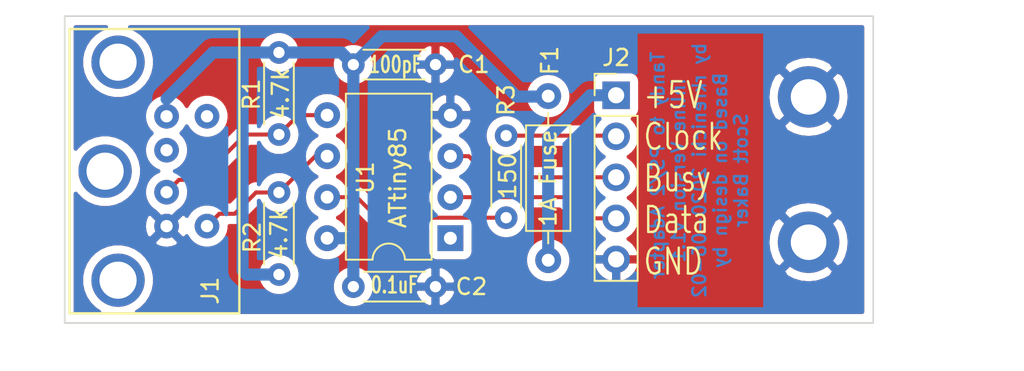
<source format=kicad_pcb>
(kicad_pcb (version 20171130) (host pcbnew "(5.1.4)-1")

  (general
    (thickness 1.6)
    (drawings 3)
    (tracks 46)
    (zones 0)
    (modules 11)
    (nets 13)
  )

  (page A4)
  (layers
    (0 F.Cu signal)
    (31 B.Cu signal)
    (32 B.Adhes user)
    (33 F.Adhes user)
    (34 B.Paste user)
    (35 F.Paste user)
    (36 B.SilkS user)
    (37 F.SilkS user)
    (38 B.Mask user)
    (39 F.Mask user)
    (40 Dwgs.User user)
    (41 Cmts.User user)
    (42 Eco1.User user)
    (43 Eco2.User user)
    (44 Edge.Cuts user)
    (45 Margin user)
    (46 B.CrtYd user)
    (47 F.CrtYd user)
    (48 B.Fab user)
    (49 F.Fab user)
  )

  (setup
    (last_trace_width 0.75)
    (user_trace_width 0.75)
    (trace_clearance 0.2)
    (zone_clearance 0.508)
    (zone_45_only no)
    (trace_min 0.2)
    (via_size 0.8)
    (via_drill 0.4)
    (via_min_size 0.4)
    (via_min_drill 0.3)
    (uvia_size 0.3)
    (uvia_drill 0.1)
    (uvias_allowed no)
    (uvia_min_size 0.2)
    (uvia_min_drill 0.1)
    (edge_width 0.05)
    (segment_width 0.2)
    (pcb_text_width 0.3)
    (pcb_text_size 1.5 1.5)
    (mod_edge_width 0.12)
    (mod_text_size 1 1)
    (mod_text_width 0.15)
    (pad_size 3.3 3.3)
    (pad_drill 2.3)
    (pad_to_mask_clearance 0.051)
    (solder_mask_min_width 0.25)
    (aux_axis_origin 0 0)
    (visible_elements 7FFFFFFF)
    (pcbplotparams
      (layerselection 0x010fc_ffffffff)
      (usegerberextensions false)
      (usegerberattributes false)
      (usegerberadvancedattributes false)
      (creategerberjobfile false)
      (excludeedgelayer true)
      (linewidth 0.100000)
      (plotframeref false)
      (viasonmask false)
      (mode 1)
      (useauxorigin false)
      (hpglpennumber 1)
      (hpglpenspeed 20)
      (hpglpendiameter 15.000000)
      (psnegative false)
      (psa4output false)
      (plotreference true)
      (plotvalue true)
      (plotinvisibletext false)
      (padsonsilk false)
      (subtractmaskfromsilk false)
      (outputformat 1)
      (mirror false)
      (drillshape 0)
      (scaleselection 1)
      (outputdirectory "GERBERs"))
  )

  (net 0 "")
  (net 1 GND)
  (net 2 +5V)
  (net 3 "Net-(F1-Pad1)")
  (net 4 PS2-DATA)
  (net 5 "Net-(J1-Pad2)")
  (net 6 PS2-CLOCK)
  (net 7 "Net-(J1-Pad6)")
  (net 8 Tandy-BUSY)
  (net 9 Tandy-DATA)
  (net 10 "Net-(J2-Pad2)")
  (net 11 Tandy-CLOCK)
  (net 12 "Net-(U1-Pad1)")

  (net_class Default "This is the default net class."
    (clearance 0.2)
    (trace_width 0.25)
    (via_dia 0.8)
    (via_drill 0.4)
    (uvia_dia 0.3)
    (uvia_drill 0.1)
    (add_net +5V)
    (add_net GND)
    (add_net "Net-(F1-Pad1)")
    (add_net "Net-(J1-Pad2)")
    (add_net "Net-(J1-Pad6)")
    (add_net "Net-(J2-Pad2)")
    (add_net "Net-(U1-Pad1)")
    (add_net PS2-CLOCK)
    (add_net PS2-DATA)
    (add_net Tandy-BUSY)
    (add_net Tandy-CLOCK)
    (add_net Tandy-DATA)
  )

  (module Resistor_THT:R_Axial_DIN0207_L6.3mm_D2.5mm_P10.16mm_Horizontal (layer F.Cu) (tedit 5AE5139B) (tstamp 5EC8EC29)
    (at 135.9 71.11 90)
    (descr "Resistor, Axial_DIN0207 series, Axial, Horizontal, pin pitch=10.16mm, 0.25W = 1/4W, length*diameter=6.3*2.5mm^2, http://cdn-reichelt.de/documents/datenblatt/B400/1_4W%23YAG.pdf")
    (tags "Resistor Axial_DIN0207 series Axial Horizontal pin pitch 10.16mm 0.25W = 1/4W length 6.3mm diameter 2.5mm")
    (path /5ECD157D)
    (fp_text reference F1 (at 12.36 0.1 90) (layer F.SilkS)
      (effects (font (size 1 1) (thickness 0.15)))
    )
    (fp_text value Polyfuse (at 4.86 2 90) (layer F.SilkS) hide
      (effects (font (size 1 1) (thickness 0.15)))
    )
    (fp_text user "1A Fuse" (at 5.08 0 90) (layer F.SilkS)
      (effects (font (size 1 1) (thickness 0.15)))
    )
    (fp_line (start 11.21 -1.5) (end -1.05 -1.5) (layer F.CrtYd) (width 0.05))
    (fp_line (start 11.21 1.5) (end 11.21 -1.5) (layer F.CrtYd) (width 0.05))
    (fp_line (start -1.05 1.5) (end 11.21 1.5) (layer F.CrtYd) (width 0.05))
    (fp_line (start -1.05 -1.5) (end -1.05 1.5) (layer F.CrtYd) (width 0.05))
    (fp_line (start 9.12 0) (end 8.35 0) (layer F.SilkS) (width 0.12))
    (fp_line (start 1.04 0) (end 1.81 0) (layer F.SilkS) (width 0.12))
    (fp_line (start 8.35 -1.37) (end 1.81 -1.37) (layer F.SilkS) (width 0.12))
    (fp_line (start 8.35 1.37) (end 8.35 -1.37) (layer F.SilkS) (width 0.12))
    (fp_line (start 1.81 1.37) (end 8.35 1.37) (layer F.SilkS) (width 0.12))
    (fp_line (start 1.81 -1.37) (end 1.81 1.37) (layer F.SilkS) (width 0.12))
    (fp_line (start 10.16 0) (end 8.23 0) (layer F.Fab) (width 0.1))
    (fp_line (start 0 0) (end 1.93 0) (layer F.Fab) (width 0.1))
    (fp_line (start 8.23 -1.25) (end 1.93 -1.25) (layer F.Fab) (width 0.1))
    (fp_line (start 8.23 1.25) (end 8.23 -1.25) (layer F.Fab) (width 0.1))
    (fp_line (start 1.93 1.25) (end 8.23 1.25) (layer F.Fab) (width 0.1))
    (fp_line (start 1.93 -1.25) (end 1.93 1.25) (layer F.Fab) (width 0.1))
    (pad 2 thru_hole oval (at 10.16 0 90) (size 1.6 1.6) (drill 0.8) (layers *.Cu *.Mask)
      (net 2 +5V))
    (pad 1 thru_hole circle (at 0 0 90) (size 1.6 1.6) (drill 0.8) (layers *.Cu *.Mask)
      (net 3 "Net-(F1-Pad1)"))
    (model ${KISYS3DMOD}/Resistor_THT.3dshapes/R_Axial_DIN0207_L6.3mm_D2.5mm_P10.16mm_Horizontal.wrl
      (at (xyz 0 0 0))
      (scale (xyz 1 1 1))
      (rotate (xyz 0 0 0))
    )
  )

  (module Resistor_THT:R_Axial_DIN0204_L3.6mm_D1.6mm_P5.08mm_Horizontal (layer F.Cu) (tedit 5AE5139B) (tstamp 5EC8DFC1)
    (at 133.3 63.4 270)
    (descr "Resistor, Axial_DIN0204 series, Axial, Horizontal, pin pitch=5.08mm, 0.167W, length*diameter=3.6*1.6mm^2, http://cdn-reichelt.de/documents/datenblatt/B400/1_4W%23YAG.pdf")
    (tags "Resistor Axial_DIN0204 series Axial Horizontal pin pitch 5.08mm 0.167W length 3.6mm diameter 1.6mm")
    (path /5ECD5BF7)
    (fp_text reference R3 (at -2.2 0 90) (layer F.SilkS)
      (effects (font (size 1 1) (thickness 0.15)))
    )
    (fp_text value 150 (at 2.5 -0.1 90) (layer F.SilkS)
      (effects (font (size 1 1) (thickness 0.15)))
    )
    (fp_text user %R (at 2.54 0 90) (layer F.Fab)
      (effects (font (size 0.72 0.72) (thickness 0.108)))
    )
    (fp_line (start 6.03 -1.05) (end -0.95 -1.05) (layer F.CrtYd) (width 0.05))
    (fp_line (start 6.03 1.05) (end 6.03 -1.05) (layer F.CrtYd) (width 0.05))
    (fp_line (start -0.95 1.05) (end 6.03 1.05) (layer F.CrtYd) (width 0.05))
    (fp_line (start -0.95 -1.05) (end -0.95 1.05) (layer F.CrtYd) (width 0.05))
    (fp_line (start 0.62 0.92) (end 4.46 0.92) (layer F.SilkS) (width 0.12))
    (fp_line (start 0.62 -0.92) (end 4.46 -0.92) (layer F.SilkS) (width 0.12))
    (fp_line (start 5.08 0) (end 4.34 0) (layer F.Fab) (width 0.1))
    (fp_line (start 0 0) (end 0.74 0) (layer F.Fab) (width 0.1))
    (fp_line (start 4.34 -0.8) (end 0.74 -0.8) (layer F.Fab) (width 0.1))
    (fp_line (start 4.34 0.8) (end 4.34 -0.8) (layer F.Fab) (width 0.1))
    (fp_line (start 0.74 0.8) (end 4.34 0.8) (layer F.Fab) (width 0.1))
    (fp_line (start 0.74 -0.8) (end 0.74 0.8) (layer F.Fab) (width 0.1))
    (pad 2 thru_hole oval (at 5.08 0 270) (size 1.4 1.4) (drill 0.7) (layers *.Cu *.Mask)
      (net 11 Tandy-CLOCK))
    (pad 1 thru_hole circle (at 0 0 270) (size 1.4 1.4) (drill 0.7) (layers *.Cu *.Mask)
      (net 10 "Net-(J2-Pad2)"))
    (model ${KISYS3DMOD}/Resistor_THT.3dshapes/R_Axial_DIN0204_L3.6mm_D1.6mm_P5.08mm_Horizontal.wrl
      (at (xyz 0 0 0))
      (scale (xyz 1 1 1))
      (rotate (xyz 0 0 0))
    )
  )

  (module MountingHole:MountingHole_2.2mm_M2_DIN965_Pad (layer F.Cu) (tedit 56D1B4CB) (tstamp 5ED6B978)
    (at 152 70)
    (descr "Mounting Hole 2.2mm, M2, DIN965")
    (tags "mounting hole 2.2mm m2 din965")
    (path /5ED06468)
    (attr virtual)
    (fp_text reference H2 (at 0 -2.9) (layer F.SilkS) hide
      (effects (font (size 1 1) (thickness 0.15)))
    )
    (fp_text value MountingHole_Pad (at 0 2.9) (layer F.Fab)
      (effects (font (size 1 1) (thickness 0.15)))
    )
    (fp_circle (center 0 0) (end 2.15 0) (layer F.CrtYd) (width 0.05))
    (fp_circle (center 0 0) (end 1.9 0) (layer Cmts.User) (width 0.15))
    (fp_text user %R (at 0.3 0) (layer F.Fab)
      (effects (font (size 1 1) (thickness 0.15)))
    )
    (pad 1 thru_hole circle (at 0 0) (size 3.8 3.8) (drill 2.2) (layers *.Cu *.Mask)
      (net 1 GND))
  )

  (module MountingHole:MountingHole_2.2mm_M2_DIN965_Pad (layer F.Cu) (tedit 56D1B4CB) (tstamp 5ED6B963)
    (at 152 61)
    (descr "Mounting Hole 2.2mm, M2, DIN965")
    (tags "mounting hole 2.2mm m2 din965")
    (path /5ED03127)
    (attr virtual)
    (fp_text reference H1 (at 0 -2.9) (layer F.SilkS) hide
      (effects (font (size 1 1) (thickness 0.15)))
    )
    (fp_text value MountingHole_Pad (at 0 2.9) (layer F.Fab)
      (effects (font (size 1 1) (thickness 0.15)))
    )
    (fp_circle (center 0 0) (end 2.15 0) (layer F.CrtYd) (width 0.05))
    (fp_circle (center 0 0) (end 1.9 0) (layer Cmts.User) (width 0.15))
    (fp_text user %R (at 0.3 0) (layer F.Fab)
      (effects (font (size 1 1) (thickness 0.15)))
    )
    (pad 1 thru_hole circle (at 0 0) (size 3.8 3.8) (drill 2.2) (layers *.Cu *.Mask)
      (net 1 GND))
  )

  (module Connector_PinHeader_2.54mm:PinHeader_1x05_P2.54mm_Vertical (layer F.Cu) (tedit 59FED5CC) (tstamp 5EC8DF88)
    (at 140.1 60.9)
    (descr "Through hole straight pin header, 1x05, 2.54mm pitch, single row")
    (tags "Through hole pin header THT 1x05 2.54mm single row")
    (path /5ECCB0B0)
    (fp_text reference J2 (at 0 -2.33) (layer F.SilkS)
      (effects (font (size 1 1) (thickness 0.15)))
    )
    (fp_text value Conn_01x05 (at 0 12.49) (layer F.Fab)
      (effects (font (size 1 1) (thickness 0.15)))
    )
    (fp_text user %R (at 0 5.08 90) (layer F.Fab)
      (effects (font (size 1 1) (thickness 0.15)))
    )
    (fp_line (start 1.8 -1.8) (end -1.8 -1.8) (layer F.CrtYd) (width 0.05))
    (fp_line (start 1.8 11.95) (end 1.8 -1.8) (layer F.CrtYd) (width 0.05))
    (fp_line (start -1.8 11.95) (end 1.8 11.95) (layer F.CrtYd) (width 0.05))
    (fp_line (start -1.8 -1.8) (end -1.8 11.95) (layer F.CrtYd) (width 0.05))
    (fp_line (start -1.33 -1.33) (end 0 -1.33) (layer F.SilkS) (width 0.12))
    (fp_line (start -1.33 0) (end -1.33 -1.33) (layer F.SilkS) (width 0.12))
    (fp_line (start -1.33 1.27) (end 1.33 1.27) (layer F.SilkS) (width 0.12))
    (fp_line (start 1.33 1.27) (end 1.33 11.49) (layer F.SilkS) (width 0.12))
    (fp_line (start -1.33 1.27) (end -1.33 11.49) (layer F.SilkS) (width 0.12))
    (fp_line (start -1.33 11.49) (end 1.33 11.49) (layer F.SilkS) (width 0.12))
    (fp_line (start -1.27 -0.635) (end -0.635 -1.27) (layer F.Fab) (width 0.1))
    (fp_line (start -1.27 11.43) (end -1.27 -0.635) (layer F.Fab) (width 0.1))
    (fp_line (start 1.27 11.43) (end -1.27 11.43) (layer F.Fab) (width 0.1))
    (fp_line (start 1.27 -1.27) (end 1.27 11.43) (layer F.Fab) (width 0.1))
    (fp_line (start -0.635 -1.27) (end 1.27 -1.27) (layer F.Fab) (width 0.1))
    (pad 5 thru_hole oval (at 0 10.16) (size 1.7 1.7) (drill 1) (layers *.Cu *.Mask)
      (net 1 GND))
    (pad 4 thru_hole oval (at 0 7.62) (size 1.7 1.7) (drill 1) (layers *.Cu *.Mask)
      (net 9 Tandy-DATA))
    (pad 3 thru_hole oval (at 0 5.08) (size 1.7 1.7) (drill 1) (layers *.Cu *.Mask)
      (net 8 Tandy-BUSY))
    (pad 2 thru_hole oval (at 0 2.54) (size 1.7 1.7) (drill 1) (layers *.Cu *.Mask)
      (net 10 "Net-(J2-Pad2)"))
    (pad 1 thru_hole rect (at 0 0) (size 1.7 1.7) (drill 1) (layers *.Cu *.Mask)
      (net 3 "Net-(F1-Pad1)"))
    (model ${KISYS3DMOD}/Connector_PinHeader_2.54mm.3dshapes/PinHeader_1x05_P2.54mm_Vertical.wrl
      (at (xyz 0 0 0))
      (scale (xyz 1 1 1))
      (rotate (xyz 0 0 0))
    )
  )

  (module Package_DIP:DIP-8_W7.62mm (layer F.Cu) (tedit 5A02E8C5) (tstamp 5EC8DFF0)
    (at 129.85 69.75 180)
    (descr "8-lead though-hole mounted DIP package, row spacing 7.62 mm (300 mils)")
    (tags "THT DIP DIL PDIP 2.54mm 7.62mm 300mil")
    (path /5ECCA5F4)
    (fp_text reference U1 (at 5.25 3.75 90) (layer F.SilkS)
      (effects (font (size 1 1) (thickness 0.15)))
    )
    (fp_text value ATtiny85 (at 3.25 3.75 90) (layer F.SilkS)
      (effects (font (size 1 1) (thickness 0.15)))
    )
    (fp_text user %R (at 3.81 3.81) (layer F.Fab)
      (effects (font (size 1 1) (thickness 0.15)))
    )
    (fp_line (start 8.7 -1.55) (end -1.1 -1.55) (layer F.CrtYd) (width 0.05))
    (fp_line (start 8.7 9.15) (end 8.7 -1.55) (layer F.CrtYd) (width 0.05))
    (fp_line (start -1.1 9.15) (end 8.7 9.15) (layer F.CrtYd) (width 0.05))
    (fp_line (start -1.1 -1.55) (end -1.1 9.15) (layer F.CrtYd) (width 0.05))
    (fp_line (start 6.46 -1.33) (end 4.81 -1.33) (layer F.SilkS) (width 0.12))
    (fp_line (start 6.46 8.95) (end 6.46 -1.33) (layer F.SilkS) (width 0.12))
    (fp_line (start 1.16 8.95) (end 6.46 8.95) (layer F.SilkS) (width 0.12))
    (fp_line (start 1.16 -1.33) (end 1.16 8.95) (layer F.SilkS) (width 0.12))
    (fp_line (start 2.81 -1.33) (end 1.16 -1.33) (layer F.SilkS) (width 0.12))
    (fp_line (start 0.635 -0.27) (end 1.635 -1.27) (layer F.Fab) (width 0.1))
    (fp_line (start 0.635 8.89) (end 0.635 -0.27) (layer F.Fab) (width 0.1))
    (fp_line (start 6.985 8.89) (end 0.635 8.89) (layer F.Fab) (width 0.1))
    (fp_line (start 6.985 -1.27) (end 6.985 8.89) (layer F.Fab) (width 0.1))
    (fp_line (start 1.635 -1.27) (end 6.985 -1.27) (layer F.Fab) (width 0.1))
    (fp_arc (start 3.81 -1.33) (end 2.81 -1.33) (angle -180) (layer F.SilkS) (width 0.12))
    (pad 8 thru_hole oval (at 7.62 0 180) (size 1.6 1.6) (drill 0.8) (layers *.Cu *.Mask)
      (net 2 +5V))
    (pad 4 thru_hole oval (at 0 7.62 180) (size 1.6 1.6) (drill 0.8) (layers *.Cu *.Mask)
      (net 1 GND))
    (pad 7 thru_hole oval (at 7.62 2.54 180) (size 1.6 1.6) (drill 0.8) (layers *.Cu *.Mask)
      (net 11 Tandy-CLOCK))
    (pad 3 thru_hole oval (at 0 5.08 180) (size 1.6 1.6) (drill 0.8) (layers *.Cu *.Mask)
      (net 8 Tandy-BUSY))
    (pad 6 thru_hole oval (at 7.62 5.08 180) (size 1.6 1.6) (drill 0.8) (layers *.Cu *.Mask)
      (net 6 PS2-CLOCK))
    (pad 2 thru_hole oval (at 0 2.54 180) (size 1.6 1.6) (drill 0.8) (layers *.Cu *.Mask)
      (net 9 Tandy-DATA))
    (pad 5 thru_hole oval (at 7.62 7.62 180) (size 1.6 1.6) (drill 0.8) (layers *.Cu *.Mask)
      (net 4 PS2-DATA))
    (pad 1 thru_hole rect (at 0 0 180) (size 1.6 1.6) (drill 0.8) (layers *.Cu *.Mask)
      (net 12 "Net-(U1-Pad1)"))
    (model ${KISYS3DMOD}/Package_DIP.3dshapes/DIP-8_W7.62mm.wrl
      (at (xyz 0 0 0))
      (scale (xyz 1 1 1))
      (rotate (xyz 0 0 0))
    )
  )

  (module Resistor_THT:R_Axial_DIN0204_L3.6mm_D1.6mm_P5.08mm_Horizontal (layer F.Cu) (tedit 5AE5139B) (tstamp 5EC8DFAE)
    (at 119.25 72 90)
    (descr "Resistor, Axial_DIN0204 series, Axial, Horizontal, pin pitch=5.08mm, 0.167W, length*diameter=3.6*1.6mm^2, http://cdn-reichelt.de/documents/datenblatt/B400/1_4W%23YAG.pdf")
    (tags "Resistor Axial_DIN0204 series Axial Horizontal pin pitch 5.08mm 0.167W length 3.6mm diameter 1.6mm")
    (path /5ECCE6A3)
    (fp_text reference R2 (at 2.3 -1.65 90) (layer F.SilkS)
      (effects (font (size 1 1) (thickness 0.15)))
    )
    (fp_text value 4.7k (at 2.54 0 90) (layer F.SilkS)
      (effects (font (size 1 1) (thickness 0.15)))
    )
    (fp_text user %R (at 2.54 0 90) (layer F.Fab)
      (effects (font (size 0.72 0.72) (thickness 0.108)))
    )
    (fp_line (start 6.03 -1.05) (end -0.95 -1.05) (layer F.CrtYd) (width 0.05))
    (fp_line (start 6.03 1.05) (end 6.03 -1.05) (layer F.CrtYd) (width 0.05))
    (fp_line (start -0.95 1.05) (end 6.03 1.05) (layer F.CrtYd) (width 0.05))
    (fp_line (start -0.95 -1.05) (end -0.95 1.05) (layer F.CrtYd) (width 0.05))
    (fp_line (start 0.62 0.92) (end 4.46 0.92) (layer F.SilkS) (width 0.12))
    (fp_line (start 0.62 -0.92) (end 4.46 -0.92) (layer F.SilkS) (width 0.12))
    (fp_line (start 5.08 0) (end 4.34 0) (layer F.Fab) (width 0.1))
    (fp_line (start 0 0) (end 0.74 0) (layer F.Fab) (width 0.1))
    (fp_line (start 4.34 -0.8) (end 0.74 -0.8) (layer F.Fab) (width 0.1))
    (fp_line (start 4.34 0.8) (end 4.34 -0.8) (layer F.Fab) (width 0.1))
    (fp_line (start 0.74 0.8) (end 4.34 0.8) (layer F.Fab) (width 0.1))
    (fp_line (start 0.74 -0.8) (end 0.74 0.8) (layer F.Fab) (width 0.1))
    (pad 2 thru_hole oval (at 5.08 0 90) (size 1.4 1.4) (drill 0.7) (layers *.Cu *.Mask)
      (net 6 PS2-CLOCK))
    (pad 1 thru_hole circle (at 0 0 90) (size 1.4 1.4) (drill 0.7) (layers *.Cu *.Mask)
      (net 2 +5V))
    (model ${KISYS3DMOD}/Resistor_THT.3dshapes/R_Axial_DIN0204_L3.6mm_D1.6mm_P5.08mm_Horizontal.wrl
      (at (xyz 0 0 0))
      (scale (xyz 1 1 1))
      (rotate (xyz 0 0 0))
    )
  )

  (module Resistor_THT:R_Axial_DIN0204_L3.6mm_D1.6mm_P5.08mm_Horizontal (layer F.Cu) (tedit 5AE5139B) (tstamp 5EC8DF9B)
    (at 119.25 58.25 270)
    (descr "Resistor, Axial_DIN0204 series, Axial, Horizontal, pin pitch=5.08mm, 0.167W, length*diameter=3.6*1.6mm^2, http://cdn-reichelt.de/documents/datenblatt/B400/1_4W%23YAG.pdf")
    (tags "Resistor Axial_DIN0204 series Axial Horizontal pin pitch 5.08mm 0.167W length 3.6mm diameter 1.6mm")
    (path /5ECCE2D2)
    (fp_text reference R1 (at 2.6 1.7 90) (layer F.SilkS)
      (effects (font (size 1 1) (thickness 0.15)))
    )
    (fp_text value 4.7k (at 2.54 -0.1 90) (layer F.SilkS)
      (effects (font (size 1 1) (thickness 0.15)))
    )
    (fp_text user %R (at 2.54 0 270) (layer F.Fab)
      (effects (font (size 0.72 0.72) (thickness 0.108)))
    )
    (fp_line (start 6.03 -1.05) (end -0.95 -1.05) (layer F.CrtYd) (width 0.05))
    (fp_line (start 6.03 1.05) (end 6.03 -1.05) (layer F.CrtYd) (width 0.05))
    (fp_line (start -0.95 1.05) (end 6.03 1.05) (layer F.CrtYd) (width 0.05))
    (fp_line (start -0.95 -1.05) (end -0.95 1.05) (layer F.CrtYd) (width 0.05))
    (fp_line (start 0.62 0.92) (end 4.46 0.92) (layer F.SilkS) (width 0.12))
    (fp_line (start 0.62 -0.92) (end 4.46 -0.92) (layer F.SilkS) (width 0.12))
    (fp_line (start 5.08 0) (end 4.34 0) (layer F.Fab) (width 0.1))
    (fp_line (start 0 0) (end 0.74 0) (layer F.Fab) (width 0.1))
    (fp_line (start 4.34 -0.8) (end 0.74 -0.8) (layer F.Fab) (width 0.1))
    (fp_line (start 4.34 0.8) (end 4.34 -0.8) (layer F.Fab) (width 0.1))
    (fp_line (start 0.74 0.8) (end 4.34 0.8) (layer F.Fab) (width 0.1))
    (fp_line (start 0.74 -0.8) (end 0.74 0.8) (layer F.Fab) (width 0.1))
    (pad 2 thru_hole oval (at 5.08 0 270) (size 1.4 1.4) (drill 0.7) (layers *.Cu *.Mask)
      (net 4 PS2-DATA))
    (pad 1 thru_hole circle (at 0 0 270) (size 1.4 1.4) (drill 0.7) (layers *.Cu *.Mask)
      (net 2 +5V))
    (model ${KISYS3DMOD}/Resistor_THT.3dshapes/R_Axial_DIN0204_L3.6mm_D1.6mm_P5.08mm_Horizontal.wrl
      (at (xyz 0 0 0))
      (scale (xyz 1 1 1))
      (rotate (xyz 0 0 0))
    )
  )

  (module Circular-DIN:MINI-DIN-6-FULL-SHIELD (layer F.Cu) (tedit 5EC92000) (tstamp 5EC8DF6F)
    (at 103.8 65.6 90)
    (path /5ECC9998)
    (fp_text reference J1 (at -7.4 11.2 90) (layer F.SilkS)
      (effects (font (size 1 1) (thickness 0.15)))
    )
    (fp_text value Mini-DIN-6 (at 0.15 1.325 90) (layer F.Fab) hide
      (effects (font (size 1 1) (thickness 0.15)))
    )
    (fp_line (start -9 13.2) (end -9 0) (layer F.CrtYd) (width 0.15))
    (fp_line (start -9 0) (end 9.25 0) (layer F.CrtYd) (width 0.15))
    (fp_line (start 9.25 13.2) (end -9 13.2) (layer F.CrtYd) (width 0.15))
    (fp_line (start -8.8 2.5) (end 8.8 2.5) (layer F.SilkS) (width 0.15))
    (fp_line (start 8.8 2.5) (end 8.8 13) (layer F.SilkS) (width 0.15))
    (fp_line (start 8.8 13) (end -8.8 13) (layer F.SilkS) (width 0.15))
    (fp_line (start -8.8 13) (end -8.8 2.5) (layer F.SilkS) (width 0.15))
    (fp_line (start 9.25 0) (end 9.25 13.2) (layer F.CrtYd) (width 0.15))
    (pad 7 thru_hole circle (at 0 4.7 90) (size 3.3 3.3) (drill 2.3) (layers *.Cu *.Mask))
    (pad 1 thru_hole circle (at -1.3 8.5 90) (size 1.524 1.524) (drill 0.762) (layers *.Cu *.Mask)
      (net 4 PS2-DATA))
    (pad 2 thru_hole circle (at 1.3 8.5 90) (size 1.524 1.524) (drill 0.762) (layers *.Cu *.Mask)
      (net 5 "Net-(J1-Pad2)"))
    (pad 5 thru_hole circle (at -3.4 11 90) (size 1.524 1.524) (drill 0.762) (layers *.Cu *.Mask)
      (net 6 PS2-CLOCK))
    (pad 3 thru_hole circle (at -3.4 8.5 90) (size 1.524 1.524) (drill 0.762) (layers *.Cu *.Mask)
      (net 1 GND))
    (pad 6 thru_hole circle (at 3.4 11 90) (size 1.524 1.524) (drill 0.762) (layers *.Cu *.Mask)
      (net 7 "Net-(J1-Pad6)"))
    (pad 4 thru_hole circle (at 3.4 8.5 90) (size 1.524 1.524) (drill 0.762) (layers *.Cu *.Mask)
      (net 2 +5V))
    (pad 7 thru_hole circle (at 6.75 5.5 90) (size 3.3 3.3) (drill 2.3) (layers *.Cu *.Mask))
    (pad 7 thru_hole circle (at -6.75 5.5 90) (size 3.3 3.3) (drill 2.3) (layers *.Cu *.Mask))
  )

  (module Resistor_THT:R_Axial_DIN0204_L3.6mm_D1.6mm_P5.08mm_Horizontal (layer F.Cu) (tedit 5AE5139B) (tstamp 5EC8DF30)
    (at 123.85 72.75)
    (descr "Resistor, Axial_DIN0204 series, Axial, Horizontal, pin pitch=5.08mm, 0.167W, length*diameter=3.6*1.6mm^2, http://cdn-reichelt.de/documents/datenblatt/B400/1_4W%23YAG.pdf")
    (tags "Resistor Axial_DIN0204 series Axial Horizontal pin pitch 5.08mm 0.167W length 3.6mm diameter 1.6mm")
    (path /5ECE49A5)
    (fp_text reference C2 (at 7.3 0) (layer F.SilkS)
      (effects (font (size 1 1) (thickness 0.15)))
    )
    (fp_text value 0.1uF (at 2.54 -0.1) (layer F.SilkS)
      (effects (font (size 1 0.7) (thickness 0.15)))
    )
    (fp_text user %R (at 2.54 0) (layer F.Fab)
      (effects (font (size 0.72 0.72) (thickness 0.108)))
    )
    (fp_line (start 6.03 -1.05) (end -0.95 -1.05) (layer F.CrtYd) (width 0.05))
    (fp_line (start 6.03 1.05) (end 6.03 -1.05) (layer F.CrtYd) (width 0.05))
    (fp_line (start -0.95 1.05) (end 6.03 1.05) (layer F.CrtYd) (width 0.05))
    (fp_line (start -0.95 -1.05) (end -0.95 1.05) (layer F.CrtYd) (width 0.05))
    (fp_line (start 0.62 0.92) (end 4.46 0.92) (layer F.SilkS) (width 0.12))
    (fp_line (start 0.62 -0.92) (end 4.46 -0.92) (layer F.SilkS) (width 0.12))
    (fp_line (start 5.08 0) (end 4.34 0) (layer F.Fab) (width 0.1))
    (fp_line (start 0 0) (end 0.74 0) (layer F.Fab) (width 0.1))
    (fp_line (start 4.34 -0.8) (end 0.74 -0.8) (layer F.Fab) (width 0.1))
    (fp_line (start 4.34 0.8) (end 4.34 -0.8) (layer F.Fab) (width 0.1))
    (fp_line (start 0.74 0.8) (end 4.34 0.8) (layer F.Fab) (width 0.1))
    (fp_line (start 0.74 -0.8) (end 0.74 0.8) (layer F.Fab) (width 0.1))
    (pad 2 thru_hole oval (at 5.08 0) (size 1.4 1.4) (drill 0.7) (layers *.Cu *.Mask)
      (net 1 GND))
    (pad 1 thru_hole circle (at 0 0) (size 1.4 1.4) (drill 0.7) (layers *.Cu *.Mask)
      (net 2 +5V))
    (model ${KISYS3DMOD}/Resistor_THT.3dshapes/R_Axial_DIN0204_L3.6mm_D1.6mm_P5.08mm_Horizontal.wrl
      (at (xyz 0 0 0))
      (scale (xyz 1 1 1))
      (rotate (xyz 0 0 0))
    )
  )

  (module Resistor_THT:R_Axial_DIN0204_L3.6mm_D1.6mm_P5.08mm_Horizontal (layer F.Cu) (tedit 5AE5139B) (tstamp 5EC8DF1D)
    (at 123.85 59)
    (descr "Resistor, Axial_DIN0204 series, Axial, Horizontal, pin pitch=5.08mm, 0.167W, length*diameter=3.6*1.6mm^2, http://cdn-reichelt.de/documents/datenblatt/B400/1_4W%23YAG.pdf")
    (tags "Resistor Axial_DIN0204 series Axial Horizontal pin pitch 5.08mm 0.167W length 3.6mm diameter 1.6mm")
    (path /5ECE4538)
    (fp_text reference C1 (at 7.45 0) (layer F.SilkS)
      (effects (font (size 1 1) (thickness 0.15)))
    )
    (fp_text value 100pF (at 2.6 0) (layer F.SilkS)
      (effects (font (size 1 0.7) (thickness 0.15)))
    )
    (fp_text user %R (at 2.54 0) (layer F.Fab)
      (effects (font (size 0.72 0.72) (thickness 0.108)))
    )
    (fp_line (start 6.03 -1.05) (end -0.95 -1.05) (layer F.CrtYd) (width 0.05))
    (fp_line (start 6.03 1.05) (end 6.03 -1.05) (layer F.CrtYd) (width 0.05))
    (fp_line (start -0.95 1.05) (end 6.03 1.05) (layer F.CrtYd) (width 0.05))
    (fp_line (start -0.95 -1.05) (end -0.95 1.05) (layer F.CrtYd) (width 0.05))
    (fp_line (start 0.62 0.92) (end 4.46 0.92) (layer F.SilkS) (width 0.12))
    (fp_line (start 0.62 -0.92) (end 4.46 -0.92) (layer F.SilkS) (width 0.12))
    (fp_line (start 5.08 0) (end 4.34 0) (layer F.Fab) (width 0.1))
    (fp_line (start 0 0) (end 0.74 0) (layer F.Fab) (width 0.1))
    (fp_line (start 4.34 -0.8) (end 0.74 -0.8) (layer F.Fab) (width 0.1))
    (fp_line (start 4.34 0.8) (end 4.34 -0.8) (layer F.Fab) (width 0.1))
    (fp_line (start 0.74 0.8) (end 4.34 0.8) (layer F.Fab) (width 0.1))
    (fp_line (start 0.74 -0.8) (end 0.74 0.8) (layer F.Fab) (width 0.1))
    (pad 2 thru_hole oval (at 5.08 0) (size 1.4 1.4) (drill 0.7) (layers *.Cu *.Mask)
      (net 1 GND))
    (pad 1 thru_hole circle (at 0 0) (size 1.4 1.4) (drill 0.7) (layers *.Cu *.Mask)
      (net 2 +5V))
    (model ${KISYS3DMOD}/Resistor_THT.3dshapes/R_Axial_DIN0204_L3.6mm_D1.6mm_P5.08mm_Horizontal.wrl
      (at (xyz 0 0 0))
      (scale (xyz 1 1 1))
      (rotate (xyz 0 0 0))
    )
  )

  (gr_text "Tandy to PS/2 Adapter \nInline Version v1.1\nby rkrenicki 2020-06-02\nBased on design by\nScott Baker" (at 145.25 65.55 90) (layer B.Cu)
    (effects (font (size 0.8 0.8) (thickness 0.15)) (justify mirror))
  )
  (gr_text "+5V\nClock\nBusy\nData\nGND" (at 141.7 66.05) (layer F.SilkS)
    (effects (font (size 1.6 1.2) (thickness 0.15)) (justify left))
  )
  (gr_poly (pts (xy 106 56) (xy 156 56) (xy 156 75) (xy 106 75)) (layer Edge.Cuts) (width 0.1) (tstamp 5ED6BEF4))

  (segment (start 112.3 61.12237) (end 113.42237 60) (width 0.75) (layer B.Cu) (net 2))
  (segment (start 112.3 62.2) (end 112.3 61.12237) (width 0.25) (layer B.Cu) (net 2))
  (segment (start 115.17237 58.25) (end 113.42237 60) (width 0.75) (layer B.Cu) (net 2))
  (segment (start 117 58.25) (end 117 71.75) (width 0.75) (layer B.Cu) (net 2))
  (segment (start 119.25 58.25) (end 117 58.25) (width 0.75) (layer B.Cu) (net 2))
  (segment (start 117 58.25) (end 115.17237 58.25) (width 0.75) (layer B.Cu) (net 2))
  (segment (start 117.25 72) (end 119.25 72) (width 0.75) (layer B.Cu) (net 2))
  (segment (start 117 71.75) (end 117.25 72) (width 0.75) (layer B.Cu) (net 2))
  (segment (start 123.1 58.25) (end 123.85 59) (width 0.75) (layer B.Cu) (net 2))
  (segment (start 123.36137 69.75) (end 123.85 69.75) (width 0.75) (layer B.Cu) (net 2))
  (segment (start 122.23 69.75) (end 123.36137 69.75) (width 0.75) (layer B.Cu) (net 2))
  (segment (start 123.85 72.75) (end 123.85 69.75) (width 0.75) (layer B.Cu) (net 2))
  (segment (start 123.85 69.75) (end 123.85 59) (width 0.75) (layer B.Cu) (net 2))
  (segment (start 125.6 57.25) (end 123.85 59) (width 0.75) (layer B.Cu) (net 2))
  (segment (start 130.219949 57.25) (end 125.6 57.25) (width 0.75) (layer B.Cu) (net 2))
  (segment (start 135.9 60.98) (end 133.949949 60.98) (width 0.75) (layer B.Cu) (net 2))
  (segment (start 133.949949 60.98) (end 130.219949 57.25) (width 0.75) (layer B.Cu) (net 2))
  (segment (start 119.25 58.25) (end 123.1 58.25) (width 0.75) (layer B.Cu) (net 2))
  (segment (start 135.9 68.6) (end 135.9 71.11) (width 0.75) (layer B.Cu) (net 3))
  (segment (start 135.9 63.5) (end 135.9 68.6) (width 0.75) (layer B.Cu) (net 3))
  (segment (start 140.1 60.9) (end 138.5 60.9) (width 0.75) (layer B.Cu) (net 3))
  (segment (start 138.5 60.9) (end 135.9 63.5) (width 0.75) (layer B.Cu) (net 3))
  (segment (start 113.061999 66.138001) (end 114.361999 66.138001) (width 0.25) (layer F.Cu) (net 4))
  (segment (start 112.3 66.9) (end 113.061999 66.138001) (width 0.25) (layer F.Cu) (net 4))
  (segment (start 117.17 63.33) (end 119.25 63.33) (width 0.25) (layer F.Cu) (net 4))
  (segment (start 114.361999 66.138001) (end 117.17 63.33) (width 0.25) (layer F.Cu) (net 4))
  (segment (start 120.45 62.13) (end 122.23 62.13) (width 0.25) (layer F.Cu) (net 4))
  (segment (start 119.25 63.33) (end 120.45 62.13) (width 0.25) (layer F.Cu) (net 4))
  (segment (start 115.561999 68.238001) (end 116.511999 68.238001) (width 0.25) (layer F.Cu) (net 6))
  (segment (start 114.8 69) (end 115.561999 68.238001) (width 0.25) (layer F.Cu) (net 6))
  (segment (start 117.83 66.92) (end 119.25 66.92) (width 0.25) (layer F.Cu) (net 6))
  (segment (start 116.511999 68.238001) (end 117.83 66.92) (width 0.25) (layer F.Cu) (net 6))
  (segment (start 121.5 64.67) (end 122.23 64.67) (width 0.25) (layer F.Cu) (net 6))
  (segment (start 119.25 66.92) (end 121.5 64.67) (width 0.25) (layer F.Cu) (net 6))
  (segment (start 130.98137 64.67) (end 132.29137 65.98) (width 0.25) (layer F.Cu) (net 8))
  (segment (start 129.85 64.67) (end 130.98137 64.67) (width 0.25) (layer F.Cu) (net 8))
  (segment (start 132.29137 65.98) (end 140.1 65.98) (width 0.25) (layer F.Cu) (net 8))
  (segment (start 129.85 67.21) (end 136.91 67.21) (width 0.25) (layer F.Cu) (net 9))
  (segment (start 138.22 68.52) (end 140.1 68.52) (width 0.25) (layer F.Cu) (net 9))
  (segment (start 136.91 67.21) (end 138.22 68.52) (width 0.25) (layer F.Cu) (net 9))
  (segment (start 140.06 63.4) (end 140.1 63.44) (width 0.25) (layer F.Cu) (net 10))
  (segment (start 133.3 63.4) (end 140.06 63.4) (width 0.25) (layer F.Cu) (net 10))
  (segment (start 121.99 67.48) (end 122.23 67.72) (width 0.25) (layer F.Cu) (net 11))
  (segment (start 122.23 67.21) (end 124.06 67.21) (width 0.25) (layer F.Cu) (net 11))
  (segment (start 125.33 68.48) (end 124.06 67.21) (width 0.25) (layer F.Cu) (net 11))
  (segment (start 133.3 68.48) (end 125.33 68.48) (width 0.25) (layer F.Cu) (net 11))

  (zone (net 1) (net_name GND) (layer F.Cu) (tstamp 5EC8ED54) (hatch edge 0.508)
    (connect_pads (clearance 0.508))
    (min_thickness 0.254)
    (fill yes (arc_segments 32) (thermal_gap 0.508) (thermal_bridge_width 0.508))
    (polygon
      (pts
        (xy 102 55) (xy 165 55) (xy 165 78) (xy 102 78)
      )
    )
    (filled_polygon
      (pts
        (xy 108.217647 56.825059) (xy 107.843397 57.075125) (xy 107.525125 57.393397) (xy 107.275059 57.767647) (xy 107.102811 58.18349)
        (xy 107.015 58.624947) (xy 107.015 59.075053) (xy 107.102811 59.51651) (xy 107.275059 59.932353) (xy 107.525125 60.306603)
        (xy 107.843397 60.624875) (xy 108.217647 60.874941) (xy 108.63349 61.047189) (xy 109.074947 61.135) (xy 109.525053 61.135)
        (xy 109.96651 61.047189) (xy 110.382353 60.874941) (xy 110.756603 60.624875) (xy 111.074875 60.306603) (xy 111.324941 59.932353)
        (xy 111.497189 59.51651) (xy 111.585 59.075053) (xy 111.585 58.624947) (xy 111.497189 58.18349) (xy 111.470276 58.118514)
        (xy 117.915 58.118514) (xy 117.915 58.381486) (xy 117.966304 58.639405) (xy 118.066939 58.882359) (xy 118.213038 59.101013)
        (xy 118.398987 59.286962) (xy 118.617641 59.433061) (xy 118.860595 59.533696) (xy 119.118514 59.585) (xy 119.381486 59.585)
        (xy 119.639405 59.533696) (xy 119.882359 59.433061) (xy 120.101013 59.286962) (xy 120.286962 59.101013) (xy 120.433061 58.882359)
        (xy 120.438795 58.868514) (xy 122.515 58.868514) (xy 122.515 59.131486) (xy 122.566304 59.389405) (xy 122.666939 59.632359)
        (xy 122.813038 59.851013) (xy 122.998987 60.036962) (xy 123.217641 60.183061) (xy 123.460595 60.283696) (xy 123.718514 60.335)
        (xy 123.981486 60.335) (xy 124.239405 60.283696) (xy 124.482359 60.183061) (xy 124.701013 60.036962) (xy 124.886962 59.851013)
        (xy 125.033061 59.632359) (xy 125.133696 59.389405) (xy 125.14485 59.333329) (xy 127.637284 59.333329) (xy 127.669953 59.441044)
        (xy 127.780208 59.678392) (xy 127.934649 59.88967) (xy 128.12734 60.066759) (xy 128.350877 60.202853) (xy 128.59667 60.292722)
        (xy 128.803 60.170201) (xy 128.803 59.127) (xy 129.057 59.127) (xy 129.057 60.170201) (xy 129.26333 60.292722)
        (xy 129.509123 60.202853) (xy 129.73266 60.066759) (xy 129.925351 59.88967) (xy 130.079792 59.678392) (xy 130.190047 59.441044)
        (xy 130.222716 59.333329) (xy 130.157152 59.223651) (xy 150.403256 59.223651) (xy 152 60.820395) (xy 153.596744 59.223651)
        (xy 153.392638 58.867133) (xy 152.949777 58.636425) (xy 152.470417 58.496548) (xy 151.972979 58.452877) (xy 151.476578 58.507091)
        (xy 151.000293 58.657106) (xy 150.607362 58.867133) (xy 150.403256 59.223651) (xy 130.157152 59.223651) (xy 130.099374 59.127)
        (xy 129.057 59.127) (xy 128.803 59.127) (xy 127.760626 59.127) (xy 127.637284 59.333329) (xy 125.14485 59.333329)
        (xy 125.185 59.131486) (xy 125.185 58.868514) (xy 125.144851 58.666671) (xy 127.637284 58.666671) (xy 127.760626 58.873)
        (xy 128.803 58.873) (xy 128.803 57.829799) (xy 129.057 57.829799) (xy 129.057 58.873) (xy 130.099374 58.873)
        (xy 130.222716 58.666671) (xy 130.190047 58.558956) (xy 130.079792 58.321608) (xy 129.925351 58.11033) (xy 129.73266 57.933241)
        (xy 129.509123 57.797147) (xy 129.26333 57.707278) (xy 129.057 57.829799) (xy 128.803 57.829799) (xy 128.59667 57.707278)
        (xy 128.350877 57.797147) (xy 128.12734 57.933241) (xy 127.934649 58.11033) (xy 127.780208 58.321608) (xy 127.669953 58.558956)
        (xy 127.637284 58.666671) (xy 125.144851 58.666671) (xy 125.133696 58.610595) (xy 125.033061 58.367641) (xy 124.886962 58.148987)
        (xy 124.701013 57.963038) (xy 124.482359 57.816939) (xy 124.239405 57.716304) (xy 123.981486 57.665) (xy 123.718514 57.665)
        (xy 123.460595 57.716304) (xy 123.217641 57.816939) (xy 122.998987 57.963038) (xy 122.813038 58.148987) (xy 122.666939 58.367641)
        (xy 122.566304 58.610595) (xy 122.515 58.868514) (xy 120.438795 58.868514) (xy 120.533696 58.639405) (xy 120.585 58.381486)
        (xy 120.585 58.118514) (xy 120.533696 57.860595) (xy 120.433061 57.617641) (xy 120.286962 57.398987) (xy 120.101013 57.213038)
        (xy 119.882359 57.066939) (xy 119.639405 56.966304) (xy 119.381486 56.915) (xy 119.118514 56.915) (xy 118.860595 56.966304)
        (xy 118.617641 57.066939) (xy 118.398987 57.213038) (xy 118.213038 57.398987) (xy 118.066939 57.617641) (xy 117.966304 57.860595)
        (xy 117.915 58.118514) (xy 111.470276 58.118514) (xy 111.324941 57.767647) (xy 111.074875 57.393397) (xy 110.756603 57.075125)
        (xy 110.382353 56.825059) (xy 110.044221 56.685) (xy 155.315 56.685) (xy 155.315001 74.315) (xy 110.472061 74.315)
        (xy 110.756603 74.124875) (xy 111.074875 73.806603) (xy 111.324941 73.432353) (xy 111.497189 73.01651) (xy 111.585 72.575053)
        (xy 111.585 72.124947) (xy 111.533993 71.868514) (xy 117.915 71.868514) (xy 117.915 72.131486) (xy 117.966304 72.389405)
        (xy 118.066939 72.632359) (xy 118.213038 72.851013) (xy 118.398987 73.036962) (xy 118.617641 73.183061) (xy 118.860595 73.283696)
        (xy 119.118514 73.335) (xy 119.381486 73.335) (xy 119.639405 73.283696) (xy 119.882359 73.183061) (xy 120.101013 73.036962)
        (xy 120.286962 72.851013) (xy 120.433061 72.632359) (xy 120.438795 72.618514) (xy 122.515 72.618514) (xy 122.515 72.881486)
        (xy 122.566304 73.139405) (xy 122.666939 73.382359) (xy 122.813038 73.601013) (xy 122.998987 73.786962) (xy 123.217641 73.933061)
        (xy 123.460595 74.033696) (xy 123.718514 74.085) (xy 123.981486 74.085) (xy 124.239405 74.033696) (xy 124.482359 73.933061)
        (xy 124.701013 73.786962) (xy 124.886962 73.601013) (xy 125.033061 73.382359) (xy 125.133696 73.139405) (xy 125.14485 73.083329)
        (xy 127.637284 73.083329) (xy 127.669953 73.191044) (xy 127.780208 73.428392) (xy 127.934649 73.63967) (xy 128.12734 73.816759)
        (xy 128.350877 73.952853) (xy 128.59667 74.042722) (xy 128.803 73.920201) (xy 128.803 72.877) (xy 129.057 72.877)
        (xy 129.057 73.920201) (xy 129.26333 74.042722) (xy 129.509123 73.952853) (xy 129.73266 73.816759) (xy 129.925351 73.63967)
        (xy 130.079792 73.428392) (xy 130.190047 73.191044) (xy 130.222716 73.083329) (xy 130.099374 72.877) (xy 129.057 72.877)
        (xy 128.803 72.877) (xy 127.760626 72.877) (xy 127.637284 73.083329) (xy 125.14485 73.083329) (xy 125.185 72.881486)
        (xy 125.185 72.618514) (xy 125.144851 72.416671) (xy 127.637284 72.416671) (xy 127.760626 72.623) (xy 128.803 72.623)
        (xy 128.803 71.579799) (xy 129.057 71.579799) (xy 129.057 72.623) (xy 130.099374 72.623) (xy 130.222716 72.416671)
        (xy 130.190047 72.308956) (xy 130.079792 72.071608) (xy 129.925351 71.86033) (xy 129.73266 71.683241) (xy 129.509123 71.547147)
        (xy 129.26333 71.457278) (xy 129.057 71.579799) (xy 128.803 71.579799) (xy 128.59667 71.457278) (xy 128.350877 71.547147)
        (xy 128.12734 71.683241) (xy 127.934649 71.86033) (xy 127.780208 72.071608) (xy 127.669953 72.308956) (xy 127.637284 72.416671)
        (xy 125.144851 72.416671) (xy 125.133696 72.360595) (xy 125.033061 72.117641) (xy 124.886962 71.898987) (xy 124.701013 71.713038)
        (xy 124.482359 71.566939) (xy 124.239405 71.466304) (xy 123.981486 71.415) (xy 123.718514 71.415) (xy 123.460595 71.466304)
        (xy 123.217641 71.566939) (xy 122.998987 71.713038) (xy 122.813038 71.898987) (xy 122.666939 72.117641) (xy 122.566304 72.360595)
        (xy 122.515 72.618514) (xy 120.438795 72.618514) (xy 120.533696 72.389405) (xy 120.585 72.131486) (xy 120.585 71.868514)
        (xy 120.533696 71.610595) (xy 120.433061 71.367641) (xy 120.286962 71.148987) (xy 120.101013 70.963038) (xy 119.882359 70.816939)
        (xy 119.639405 70.716304) (xy 119.381486 70.665) (xy 119.118514 70.665) (xy 118.860595 70.716304) (xy 118.617641 70.816939)
        (xy 118.398987 70.963038) (xy 118.213038 71.148987) (xy 118.066939 71.367641) (xy 117.966304 71.610595) (xy 117.915 71.868514)
        (xy 111.533993 71.868514) (xy 111.497189 71.68349) (xy 111.324941 71.267647) (xy 111.074875 70.893397) (xy 110.756603 70.575125)
        (xy 110.382353 70.325059) (xy 109.96651 70.152811) (xy 109.525053 70.065) (xy 109.074947 70.065) (xy 108.63349 70.152811)
        (xy 108.217647 70.325059) (xy 107.843397 70.575125) (xy 107.525125 70.893397) (xy 107.275059 71.267647) (xy 107.102811 71.68349)
        (xy 107.015 72.124947) (xy 107.015 72.575053) (xy 107.102811 73.01651) (xy 107.275059 73.432353) (xy 107.525125 73.806603)
        (xy 107.843397 74.124875) (xy 108.127939 74.315) (xy 106.685 74.315) (xy 106.685 69.965565) (xy 111.51404 69.965565)
        (xy 111.58102 70.205656) (xy 111.830048 70.322756) (xy 112.097135 70.389023) (xy 112.372017 70.40191) (xy 112.644133 70.360922)
        (xy 112.903023 70.267636) (xy 113.01898 70.205656) (xy 113.08596 69.965565) (xy 112.3 69.179605) (xy 111.51404 69.965565)
        (xy 106.685 69.965565) (xy 106.685 69.072017) (xy 110.89809 69.072017) (xy 110.939078 69.344133) (xy 111.032364 69.603023)
        (xy 111.094344 69.71898) (xy 111.334435 69.78596) (xy 112.120395 69) (xy 111.334435 68.21404) (xy 111.094344 68.28102)
        (xy 110.977244 68.530048) (xy 110.910977 68.797135) (xy 110.89809 69.072017) (xy 106.685 69.072017) (xy 106.685 66.996552)
        (xy 106.725125 67.056603) (xy 107.043397 67.374875) (xy 107.417647 67.624941) (xy 107.83349 67.797189) (xy 108.274947 67.885)
        (xy 108.725053 67.885) (xy 109.16651 67.797189) (xy 109.582353 67.624941) (xy 109.956603 67.374875) (xy 110.274875 67.056603)
        (xy 110.524941 66.682353) (xy 110.697189 66.26651) (xy 110.785 65.825053) (xy 110.785 65.374947) (xy 110.697189 64.93349)
        (xy 110.524941 64.517647) (xy 110.274875 64.143397) (xy 109.956603 63.825125) (xy 109.582353 63.575059) (xy 109.16651 63.402811)
        (xy 108.725053 63.315) (xy 108.274947 63.315) (xy 107.83349 63.402811) (xy 107.417647 63.575059) (xy 107.043397 63.825125)
        (xy 106.725125 64.143397) (xy 106.685 64.203448) (xy 106.685 62.062408) (xy 110.903 62.062408) (xy 110.903 62.337592)
        (xy 110.956686 62.60749) (xy 111.061995 62.861727) (xy 111.21488 63.090535) (xy 111.374345 63.25) (xy 111.21488 63.409465)
        (xy 111.061995 63.638273) (xy 110.956686 63.89251) (xy 110.903 64.162408) (xy 110.903 64.437592) (xy 110.956686 64.70749)
        (xy 111.061995 64.961727) (xy 111.21488 65.190535) (xy 111.409465 65.38512) (xy 111.638273 65.538005) (xy 111.787941 65.6)
        (xy 111.638273 65.661995) (xy 111.409465 65.81488) (xy 111.21488 66.009465) (xy 111.061995 66.238273) (xy 110.956686 66.49251)
        (xy 110.903 66.762408) (xy 110.903 67.037592) (xy 110.956686 67.30749) (xy 111.061995 67.561727) (xy 111.21488 67.790535)
        (xy 111.409465 67.98512) (xy 111.576001 68.096396) (xy 112.3 68.820395) (xy 113.023999 68.096396) (xy 113.190535 67.98512)
        (xy 113.38512 67.790535) (xy 113.538005 67.561727) (xy 113.643314 67.30749) (xy 113.697 67.037592) (xy 113.697 66.898001)
        (xy 114.324677 66.898001) (xy 114.361999 66.901677) (xy 114.399321 66.898001) (xy 114.399332 66.898001) (xy 114.510985 66.887004)
        (xy 114.654246 66.843547) (xy 114.786275 66.772975) (xy 114.902 66.678002) (xy 114.925803 66.648998) (xy 117.484802 64.09)
        (xy 118.146702 64.09) (xy 118.301445 64.278555) (xy 118.504725 64.445382) (xy 118.736646 64.569347) (xy 118.988294 64.645683)
        (xy 119.184421 64.665) (xy 119.315579 64.665) (xy 119.511706 64.645683) (xy 119.763354 64.569347) (xy 119.995275 64.445382)
        (xy 120.198555 64.278555) (xy 120.365382 64.075275) (xy 120.489347 63.843354) (xy 120.565683 63.591706) (xy 120.591459 63.33)
        (xy 120.56755 63.087251) (xy 120.764802 62.89) (xy 121.009099 62.89) (xy 121.031068 62.931101) (xy 121.210392 63.149608)
        (xy 121.428899 63.328932) (xy 121.561858 63.4) (xy 121.428899 63.471068) (xy 121.210392 63.650392) (xy 121.031068 63.868899)
        (xy 120.897818 64.118192) (xy 120.863337 64.231861) (xy 119.492749 65.60245) (xy 119.315579 65.585) (xy 119.184421 65.585)
        (xy 118.988294 65.604317) (xy 118.736646 65.680653) (xy 118.504725 65.804618) (xy 118.301445 65.971445) (xy 118.146702 66.16)
        (xy 117.867323 66.16) (xy 117.83 66.156324) (xy 117.792677 66.16) (xy 117.792667 66.16) (xy 117.681014 66.170997)
        (xy 117.537753 66.214454) (xy 117.405723 66.285026) (xy 117.322083 66.353668) (xy 117.289999 66.379999) (xy 117.266201 66.408997)
        (xy 116.197198 67.478001) (xy 115.599321 67.478001) (xy 115.561998 67.474325) (xy 115.524675 67.478001) (xy 115.524666 67.478001)
        (xy 115.413013 67.488998) (xy 115.269752 67.532455) (xy 115.137723 67.603027) (xy 115.098706 67.635048) (xy 114.937592 67.603)
        (xy 114.662408 67.603) (xy 114.39251 67.656686) (xy 114.138273 67.761995) (xy 113.909465 67.91488) (xy 113.71488 68.109465)
        (xy 113.561995 68.338273) (xy 113.550758 68.365401) (xy 113.505656 68.28102) (xy 113.265565 68.21404) (xy 112.479605 69)
        (xy 113.265565 69.78596) (xy 113.505656 69.71898) (xy 113.548218 69.628467) (xy 113.561995 69.661727) (xy 113.71488 69.890535)
        (xy 113.909465 70.08512) (xy 114.138273 70.238005) (xy 114.39251 70.343314) (xy 114.662408 70.397) (xy 114.937592 70.397)
        (xy 115.20749 70.343314) (xy 115.461727 70.238005) (xy 115.690535 70.08512) (xy 115.88512 69.890535) (xy 116.038005 69.661727)
        (xy 116.143314 69.40749) (xy 116.197 69.137592) (xy 116.197 68.998001) (xy 116.474677 68.998001) (xy 116.511999 69.001677)
        (xy 116.549321 68.998001) (xy 116.549332 68.998001) (xy 116.660985 68.987004) (xy 116.804246 68.943547) (xy 116.936275 68.872975)
        (xy 117.052 68.778002) (xy 117.075803 68.748998) (xy 118.144802 67.68) (xy 118.146702 67.68) (xy 118.301445 67.868555)
        (xy 118.504725 68.035382) (xy 118.736646 68.159347) (xy 118.988294 68.235683) (xy 119.184421 68.255) (xy 119.315579 68.255)
        (xy 119.511706 68.235683) (xy 119.763354 68.159347) (xy 119.995275 68.035382) (xy 120.198555 67.868555) (xy 120.365382 67.665275)
        (xy 120.489347 67.433354) (xy 120.565683 67.181706) (xy 120.591459 66.92) (xy 120.56755 66.677251) (xy 121.399773 65.845029)
        (xy 121.428899 65.868932) (xy 121.561858 65.94) (xy 121.428899 66.011068) (xy 121.210392 66.190392) (xy 121.031068 66.408899)
        (xy 120.897818 66.658192) (xy 120.815764 66.928691) (xy 120.788057 67.21) (xy 120.815764 67.491309) (xy 120.897818 67.761808)
        (xy 121.031068 68.011101) (xy 121.210392 68.229608) (xy 121.428899 68.408932) (xy 121.561858 68.48) (xy 121.428899 68.551068)
        (xy 121.210392 68.730392) (xy 121.031068 68.948899) (xy 120.897818 69.198192) (xy 120.815764 69.468691) (xy 120.788057 69.75)
        (xy 120.815764 70.031309) (xy 120.897818 70.301808) (xy 121.031068 70.551101) (xy 121.210392 70.769608) (xy 121.428899 70.948932)
        (xy 121.678192 71.082182) (xy 121.948691 71.164236) (xy 122.159508 71.185) (xy 122.300492 71.185) (xy 122.511309 71.164236)
        (xy 122.781808 71.082182) (xy 123.031101 70.948932) (xy 123.249608 70.769608) (xy 123.428932 70.551101) (xy 123.562182 70.301808)
        (xy 123.644236 70.031309) (xy 123.671943 69.75) (xy 123.644236 69.468691) (xy 123.562182 69.198192) (xy 123.428932 68.948899)
        (xy 123.249608 68.730392) (xy 123.031101 68.551068) (xy 122.898142 68.48) (xy 123.031101 68.408932) (xy 123.249608 68.229608)
        (xy 123.428932 68.011101) (xy 123.450901 67.97) (xy 123.745199 67.97) (xy 124.766201 68.991003) (xy 124.789999 69.020001)
        (xy 124.905724 69.114974) (xy 125.037753 69.185546) (xy 125.181014 69.229003) (xy 125.292667 69.24) (xy 125.292676 69.24)
        (xy 125.329999 69.243676) (xy 125.367322 69.24) (xy 128.411928 69.24) (xy 128.411928 70.55) (xy 128.424188 70.674482)
        (xy 128.460498 70.79418) (xy 128.519463 70.904494) (xy 128.598815 71.001185) (xy 128.695506 71.080537) (xy 128.80582 71.139502)
        (xy 128.925518 71.175812) (xy 129.05 71.188072) (xy 130.65 71.188072) (xy 130.774482 71.175812) (xy 130.89418 71.139502)
        (xy 131.004494 71.080537) (xy 131.101185 71.001185) (xy 131.127873 70.968665) (xy 134.465 70.968665) (xy 134.465 71.251335)
        (xy 134.520147 71.528574) (xy 134.62832 71.789727) (xy 134.785363 72.024759) (xy 134.985241 72.224637) (xy 135.220273 72.38168)
        (xy 135.481426 72.489853) (xy 135.758665 72.545) (xy 136.041335 72.545) (xy 136.318574 72.489853) (xy 136.579727 72.38168)
        (xy 136.814759 72.224637) (xy 137.014637 72.024759) (xy 137.17168 71.789727) (xy 137.279853 71.528574) (xy 137.302068 71.41689)
        (xy 138.658524 71.41689) (xy 138.703175 71.564099) (xy 138.828359 71.82692) (xy 139.002412 72.060269) (xy 139.218645 72.255178)
        (xy 139.468748 72.404157) (xy 139.743109 72.501481) (xy 139.973 72.380814) (xy 139.973 71.187) (xy 140.227 71.187)
        (xy 140.227 72.380814) (xy 140.456891 72.501481) (xy 140.731252 72.404157) (xy 140.981355 72.255178) (xy 141.197588 72.060269)
        (xy 141.371641 71.82692) (xy 141.395728 71.776349) (xy 150.403256 71.776349) (xy 150.607362 72.132867) (xy 151.050223 72.363575)
        (xy 151.529583 72.503452) (xy 152.027021 72.547123) (xy 152.523422 72.492909) (xy 152.999707 72.342894) (xy 153.392638 72.132867)
        (xy 153.596744 71.776349) (xy 152 70.179605) (xy 150.403256 71.776349) (xy 141.395728 71.776349) (xy 141.496825 71.564099)
        (xy 141.541476 71.41689) (xy 141.420155 71.187) (xy 140.227 71.187) (xy 139.973 71.187) (xy 138.779845 71.187)
        (xy 138.658524 71.41689) (xy 137.302068 71.41689) (xy 137.335 71.251335) (xy 137.335 70.968665) (xy 137.279853 70.691426)
        (xy 137.17168 70.430273) (xy 137.014637 70.195241) (xy 136.814759 69.995363) (xy 136.579727 69.83832) (xy 136.318574 69.730147)
        (xy 136.041335 69.675) (xy 135.758665 69.675) (xy 135.481426 69.730147) (xy 135.220273 69.83832) (xy 134.985241 69.995363)
        (xy 134.785363 70.195241) (xy 134.62832 70.430273) (xy 134.520147 70.691426) (xy 134.465 70.968665) (xy 131.127873 70.968665)
        (xy 131.180537 70.904494) (xy 131.239502 70.79418) (xy 131.275812 70.674482) (xy 131.288072 70.55) (xy 131.288072 69.24)
        (xy 132.196702 69.24) (xy 132.351445 69.428555) (xy 132.554725 69.595382) (xy 132.786646 69.719347) (xy 133.038294 69.795683)
        (xy 133.234421 69.815) (xy 133.365579 69.815) (xy 133.561706 69.795683) (xy 133.813354 69.719347) (xy 134.045275 69.595382)
        (xy 134.248555 69.428555) (xy 134.415382 69.225275) (xy 134.539347 68.993354) (xy 134.615683 68.741706) (xy 134.641459 68.48)
        (xy 134.615683 68.218294) (xy 134.540364 67.97) (xy 136.595199 67.97) (xy 137.656201 69.031003) (xy 137.679999 69.060001)
        (xy 137.795724 69.154974) (xy 137.927753 69.225546) (xy 138.071014 69.269003) (xy 138.182667 69.28) (xy 138.182675 69.28)
        (xy 138.22 69.283676) (xy 138.257325 69.28) (xy 138.822405 69.28) (xy 138.859294 69.349014) (xy 139.044866 69.575134)
        (xy 139.270986 69.760706) (xy 139.335523 69.795201) (xy 139.218645 69.864822) (xy 139.002412 70.059731) (xy 138.828359 70.29308)
        (xy 138.703175 70.555901) (xy 138.658524 70.70311) (xy 138.779845 70.933) (xy 139.973 70.933) (xy 139.973 70.913)
        (xy 140.227 70.913) (xy 140.227 70.933) (xy 141.420155 70.933) (xy 141.541476 70.70311) (xy 141.496825 70.555901)
        (xy 141.371641 70.29308) (xy 141.197588 70.059731) (xy 141.1613 70.027021) (xy 149.452877 70.027021) (xy 149.507091 70.523422)
        (xy 149.657106 70.999707) (xy 149.867133 71.392638) (xy 150.223651 71.596744) (xy 151.820395 70) (xy 152.179605 70)
        (xy 153.776349 71.596744) (xy 154.132867 71.392638) (xy 154.363575 70.949777) (xy 154.503452 70.470417) (xy 154.547123 69.972979)
        (xy 154.492909 69.476578) (xy 154.342894 69.000293) (xy 154.132867 68.607362) (xy 153.776349 68.403256) (xy 152.179605 70)
        (xy 151.820395 70) (xy 150.223651 68.403256) (xy 149.867133 68.607362) (xy 149.636425 69.050223) (xy 149.496548 69.529583)
        (xy 149.452877 70.027021) (xy 141.1613 70.027021) (xy 140.981355 69.864822) (xy 140.864477 69.795201) (xy 140.929014 69.760706)
        (xy 141.155134 69.575134) (xy 141.340706 69.349014) (xy 141.478599 69.091034) (xy 141.563513 68.811111) (xy 141.592185 68.52)
        (xy 141.563513 68.228889) (xy 141.561925 68.223651) (xy 150.403256 68.223651) (xy 152 69.820395) (xy 153.596744 68.223651)
        (xy 153.392638 67.867133) (xy 152.949777 67.636425) (xy 152.470417 67.496548) (xy 151.972979 67.452877) (xy 151.476578 67.507091)
        (xy 151.000293 67.657106) (xy 150.607362 67.867133) (xy 150.403256 68.223651) (xy 141.561925 68.223651) (xy 141.478599 67.948966)
        (xy 141.340706 67.690986) (xy 141.155134 67.464866) (xy 140.929014 67.279294) (xy 140.874209 67.25) (xy 140.929014 67.220706)
        (xy 141.155134 67.035134) (xy 141.340706 66.809014) (xy 141.478599 66.551034) (xy 141.563513 66.271111) (xy 141.592185 65.98)
        (xy 141.563513 65.688889) (xy 141.478599 65.408966) (xy 141.340706 65.150986) (xy 141.155134 64.924866) (xy 140.929014 64.739294)
        (xy 140.874209 64.71) (xy 140.929014 64.680706) (xy 141.155134 64.495134) (xy 141.340706 64.269014) (xy 141.478599 64.011034)
        (xy 141.563513 63.731111) (xy 141.592185 63.44) (xy 141.563513 63.148889) (xy 141.478599 62.868966) (xy 141.429095 62.776349)
        (xy 150.403256 62.776349) (xy 150.607362 63.132867) (xy 151.050223 63.363575) (xy 151.529583 63.503452) (xy 152.027021 63.547123)
        (xy 152.523422 63.492909) (xy 152.999707 63.342894) (xy 153.392638 63.132867) (xy 153.596744 62.776349) (xy 152 61.179605)
        (xy 150.403256 62.776349) (xy 141.429095 62.776349) (xy 141.340706 62.610986) (xy 141.155134 62.384866) (xy 141.125313 62.360393)
        (xy 141.19418 62.339502) (xy 141.304494 62.280537) (xy 141.401185 62.201185) (xy 141.480537 62.104494) (xy 141.539502 61.99418)
        (xy 141.575812 61.874482) (xy 141.588072 61.75) (xy 141.588072 61.027021) (xy 149.452877 61.027021) (xy 149.507091 61.523422)
        (xy 149.657106 61.999707) (xy 149.867133 62.392638) (xy 150.223651 62.596744) (xy 151.820395 61) (xy 152.179605 61)
        (xy 153.776349 62.596744) (xy 154.132867 62.392638) (xy 154.363575 61.949777) (xy 154.503452 61.470417) (xy 154.547123 60.972979)
        (xy 154.492909 60.476578) (xy 154.342894 60.000293) (xy 154.132867 59.607362) (xy 153.776349 59.403256) (xy 152.179605 61)
        (xy 151.820395 61) (xy 150.223651 59.403256) (xy 149.867133 59.607362) (xy 149.636425 60.050223) (xy 149.496548 60.529583)
        (xy 149.452877 61.027021) (xy 141.588072 61.027021) (xy 141.588072 60.05) (xy 141.575812 59.925518) (xy 141.539502 59.80582)
        (xy 141.480537 59.695506) (xy 141.401185 59.598815) (xy 141.304494 59.519463) (xy 141.19418 59.460498) (xy 141.074482 59.424188)
        (xy 140.95 59.411928) (xy 139.25 59.411928) (xy 139.125518 59.424188) (xy 139.00582 59.460498) (xy 138.895506 59.519463)
        (xy 138.798815 59.598815) (xy 138.719463 59.695506) (xy 138.660498 59.80582) (xy 138.624188 59.925518) (xy 138.611928 60.05)
        (xy 138.611928 61.75) (xy 138.624188 61.874482) (xy 138.660498 61.99418) (xy 138.719463 62.104494) (xy 138.798815 62.201185)
        (xy 138.895506 62.280537) (xy 139.00582 62.339502) (xy 139.074687 62.360393) (xy 139.044866 62.384866) (xy 138.859294 62.610986)
        (xy 138.843786 62.64) (xy 134.397775 62.64) (xy 134.336962 62.548987) (xy 134.151013 62.363038) (xy 133.932359 62.216939)
        (xy 133.689405 62.116304) (xy 133.431486 62.065) (xy 133.168514 62.065) (xy 132.910595 62.116304) (xy 132.667641 62.216939)
        (xy 132.448987 62.363038) (xy 132.263038 62.548987) (xy 132.116939 62.767641) (xy 132.016304 63.010595) (xy 131.965 63.268514)
        (xy 131.965 63.531486) (xy 132.016304 63.789405) (xy 132.116939 64.032359) (xy 132.263038 64.251013) (xy 132.448987 64.436962)
        (xy 132.667641 64.583061) (xy 132.910595 64.683696) (xy 133.168514 64.735) (xy 133.431486 64.735) (xy 133.689405 64.683696)
        (xy 133.932359 64.583061) (xy 134.151013 64.436962) (xy 134.336962 64.251013) (xy 134.397775 64.16) (xy 138.801025 64.16)
        (xy 138.859294 64.269014) (xy 139.044866 64.495134) (xy 139.270986 64.680706) (xy 139.325791 64.71) (xy 139.270986 64.739294)
        (xy 139.044866 64.924866) (xy 138.859294 65.150986) (xy 138.822405 65.22) (xy 132.606172 65.22) (xy 131.545174 64.159003)
        (xy 131.521371 64.129999) (xy 131.405646 64.035026) (xy 131.273617 63.964454) (xy 131.130356 63.920997) (xy 131.073802 63.915427)
        (xy 131.048932 63.868899) (xy 130.869608 63.650392) (xy 130.651101 63.471068) (xy 130.513318 63.397421) (xy 130.705131 63.282385)
        (xy 130.913519 63.093414) (xy 131.081037 62.86742) (xy 131.201246 62.613087) (xy 131.241904 62.479039) (xy 131.119915 62.257)
        (xy 129.977 62.257) (xy 129.977 62.277) (xy 129.723 62.277) (xy 129.723 62.257) (xy 128.580085 62.257)
        (xy 128.458096 62.479039) (xy 128.498754 62.613087) (xy 128.618963 62.86742) (xy 128.786481 63.093414) (xy 128.994869 63.282385)
        (xy 129.186682 63.397421) (xy 129.048899 63.471068) (xy 128.830392 63.650392) (xy 128.651068 63.868899) (xy 128.517818 64.118192)
        (xy 128.435764 64.388691) (xy 128.408057 64.67) (xy 128.435764 64.951309) (xy 128.517818 65.221808) (xy 128.651068 65.471101)
        (xy 128.830392 65.689608) (xy 129.048899 65.868932) (xy 129.181858 65.94) (xy 129.048899 66.011068) (xy 128.830392 66.190392)
        (xy 128.651068 66.408899) (xy 128.517818 66.658192) (xy 128.435764 66.928691) (xy 128.408057 67.21) (xy 128.435764 67.491309)
        (xy 128.505136 67.72) (xy 125.644802 67.72) (xy 124.623804 66.699003) (xy 124.600001 66.669999) (xy 124.484276 66.575026)
        (xy 124.352247 66.504454) (xy 124.208986 66.460997) (xy 124.097333 66.45) (xy 124.097322 66.45) (xy 124.06 66.446324)
        (xy 124.022678 66.45) (xy 123.450901 66.45) (xy 123.428932 66.408899) (xy 123.249608 66.190392) (xy 123.031101 66.011068)
        (xy 122.898142 65.94) (xy 123.031101 65.868932) (xy 123.249608 65.689608) (xy 123.428932 65.471101) (xy 123.562182 65.221808)
        (xy 123.644236 64.951309) (xy 123.671943 64.67) (xy 123.644236 64.388691) (xy 123.562182 64.118192) (xy 123.428932 63.868899)
        (xy 123.249608 63.650392) (xy 123.031101 63.471068) (xy 122.898142 63.4) (xy 123.031101 63.328932) (xy 123.249608 63.149608)
        (xy 123.428932 62.931101) (xy 123.562182 62.681808) (xy 123.644236 62.411309) (xy 123.671943 62.13) (xy 123.644236 61.848691)
        (xy 123.623691 61.780961) (xy 128.458096 61.780961) (xy 128.580085 62.003) (xy 129.723 62.003) (xy 129.723 60.859376)
        (xy 129.977 60.859376) (xy 129.977 62.003) (xy 131.119915 62.003) (xy 131.241904 61.780961) (xy 131.201246 61.646913)
        (xy 131.081037 61.39258) (xy 130.913519 61.166586) (xy 130.705131 60.977615) (xy 130.659086 60.95) (xy 134.458057 60.95)
        (xy 134.485764 61.231309) (xy 134.567818 61.501808) (xy 134.701068 61.751101) (xy 134.880392 61.969608) (xy 135.098899 62.148932)
        (xy 135.348192 62.282182) (xy 135.618691 62.364236) (xy 135.829508 62.385) (xy 135.970492 62.385) (xy 136.181309 62.364236)
        (xy 136.451808 62.282182) (xy 136.701101 62.148932) (xy 136.919608 61.969608) (xy 137.098932 61.751101) (xy 137.232182 61.501808)
        (xy 137.314236 61.231309) (xy 137.341943 60.95) (xy 137.314236 60.668691) (xy 137.232182 60.398192) (xy 137.098932 60.148899)
        (xy 136.919608 59.930392) (xy 136.701101 59.751068) (xy 136.451808 59.617818) (xy 136.181309 59.535764) (xy 135.970492 59.515)
        (xy 135.829508 59.515) (xy 135.618691 59.535764) (xy 135.348192 59.617818) (xy 135.098899 59.751068) (xy 134.880392 59.930392)
        (xy 134.701068 60.148899) (xy 134.567818 60.398192) (xy 134.485764 60.668691) (xy 134.458057 60.95) (xy 130.659086 60.95)
        (xy 130.463881 60.83293) (xy 130.19904 60.738091) (xy 129.977 60.859376) (xy 129.723 60.859376) (xy 129.50096 60.738091)
        (xy 129.236119 60.83293) (xy 128.994869 60.977615) (xy 128.786481 61.166586) (xy 128.618963 61.39258) (xy 128.498754 61.646913)
        (xy 128.458096 61.780961) (xy 123.623691 61.780961) (xy 123.562182 61.578192) (xy 123.428932 61.328899) (xy 123.249608 61.110392)
        (xy 123.031101 60.931068) (xy 122.781808 60.797818) (xy 122.511309 60.715764) (xy 122.300492 60.695) (xy 122.159508 60.695)
        (xy 121.948691 60.715764) (xy 121.678192 60.797818) (xy 121.428899 60.931068) (xy 121.210392 61.110392) (xy 121.031068 61.328899)
        (xy 121.009099 61.37) (xy 120.487322 61.37) (xy 120.449999 61.366324) (xy 120.412676 61.37) (xy 120.412667 61.37)
        (xy 120.301014 61.380997) (xy 120.157753 61.424454) (xy 120.025724 61.495026) (xy 119.909999 61.589999) (xy 119.886201 61.618997)
        (xy 119.492749 62.01245) (xy 119.315579 61.995) (xy 119.184421 61.995) (xy 118.988294 62.014317) (xy 118.736646 62.090653)
        (xy 118.504725 62.214618) (xy 118.301445 62.381445) (xy 118.146702 62.57) (xy 117.207322 62.57) (xy 117.169999 62.566324)
        (xy 117.132676 62.57) (xy 117.132667 62.57) (xy 117.021014 62.580997) (xy 116.915226 62.613087) (xy 116.877753 62.624454)
        (xy 116.745723 62.695026) (xy 116.662083 62.763668) (xy 116.629999 62.789999) (xy 116.606201 62.818997) (xy 114.047198 65.378001)
        (xy 113.197654 65.378001) (xy 113.38512 65.190535) (xy 113.538005 64.961727) (xy 113.643314 64.70749) (xy 113.697 64.437592)
        (xy 113.697 64.162408) (xy 113.643314 63.89251) (xy 113.538005 63.638273) (xy 113.38512 63.409465) (xy 113.225655 63.25)
        (xy 113.38512 63.090535) (xy 113.538005 62.861727) (xy 113.55 62.832769) (xy 113.561995 62.861727) (xy 113.71488 63.090535)
        (xy 113.909465 63.28512) (xy 114.138273 63.438005) (xy 114.39251 63.543314) (xy 114.662408 63.597) (xy 114.937592 63.597)
        (xy 115.20749 63.543314) (xy 115.461727 63.438005) (xy 115.690535 63.28512) (xy 115.88512 63.090535) (xy 116.038005 62.861727)
        (xy 116.143314 62.60749) (xy 116.197 62.337592) (xy 116.197 62.062408) (xy 116.143314 61.79251) (xy 116.038005 61.538273)
        (xy 115.88512 61.309465) (xy 115.690535 61.11488) (xy 115.461727 60.961995) (xy 115.20749 60.856686) (xy 114.937592 60.803)
        (xy 114.662408 60.803) (xy 114.39251 60.856686) (xy 114.138273 60.961995) (xy 113.909465 61.11488) (xy 113.71488 61.309465)
        (xy 113.561995 61.538273) (xy 113.55 61.567231) (xy 113.538005 61.538273) (xy 113.38512 61.309465) (xy 113.190535 61.11488)
        (xy 112.961727 60.961995) (xy 112.70749 60.856686) (xy 112.437592 60.803) (xy 112.162408 60.803) (xy 111.89251 60.856686)
        (xy 111.638273 60.961995) (xy 111.409465 61.11488) (xy 111.21488 61.309465) (xy 111.061995 61.538273) (xy 110.956686 61.79251)
        (xy 110.903 62.062408) (xy 106.685 62.062408) (xy 106.685 56.685) (xy 108.555779 56.685)
      )
    )
  )
  (zone (net 1) (net_name GND) (layer B.Cu) (tstamp 5EC92828) (hatch edge 0.508)
    (connect_pads (clearance 0.508))
    (min_thickness 0.254)
    (fill yes (arc_segments 32) (thermal_gap 0.508) (thermal_bridge_width 0.508))
    (polygon
      (pts
        (xy 102.345405 55) (xy 165.345405 55) (xy 165.345405 78) (xy 102.345405 78)
      )
    )
    (filled_polygon
      (pts
        (xy 108.217647 56.825059) (xy 107.843397 57.075125) (xy 107.525125 57.393397) (xy 107.275059 57.767647) (xy 107.102811 58.18349)
        (xy 107.015 58.624947) (xy 107.015 59.075053) (xy 107.102811 59.51651) (xy 107.275059 59.932353) (xy 107.525125 60.306603)
        (xy 107.843397 60.624875) (xy 108.217647 60.874941) (xy 108.63349 61.047189) (xy 109.074947 61.135) (xy 109.525053 61.135)
        (xy 109.96651 61.047189) (xy 110.382353 60.874941) (xy 110.756603 60.624875) (xy 111.074875 60.306603) (xy 111.324941 59.932353)
        (xy 111.497189 59.51651) (xy 111.585 59.075053) (xy 111.585 58.624947) (xy 111.497189 58.18349) (xy 111.324941 57.767647)
        (xy 111.074875 57.393397) (xy 110.756603 57.075125) (xy 110.382353 56.825059) (xy 110.044221 56.685) (xy 124.736644 56.685)
        (xy 123.85 57.571645) (xy 123.849261 57.570906) (xy 123.817633 57.532367) (xy 123.66384 57.406153) (xy 123.48838 57.312368)
        (xy 123.297994 57.254615) (xy 123.149608 57.24) (xy 123.1 57.235114) (xy 123.050392 57.24) (xy 120.127975 57.24)
        (xy 120.101013 57.213038) (xy 119.882359 57.066939) (xy 119.639405 56.966304) (xy 119.381486 56.915) (xy 119.118514 56.915)
        (xy 118.860595 56.966304) (xy 118.617641 57.066939) (xy 118.398987 57.213038) (xy 118.372025 57.24) (xy 117.049607 57.24)
        (xy 117 57.235114) (xy 116.950392 57.24) (xy 115.221978 57.24) (xy 115.17237 57.235114) (xy 114.974375 57.254615)
        (xy 114.78399 57.312368) (xy 114.60853 57.406153) (xy 114.454737 57.532367) (xy 114.423114 57.570901) (xy 112.743275 59.25074)
        (xy 112.74327 59.250744) (xy 111.550744 60.443271) (xy 111.456154 60.55853) (xy 111.362368 60.733991) (xy 111.304615 60.924376)
        (xy 111.285114 61.12237) (xy 111.295592 61.228753) (xy 111.21488 61.309465) (xy 111.061995 61.538273) (xy 110.956686 61.79251)
        (xy 110.903 62.062408) (xy 110.903 62.337592) (xy 110.956686 62.60749) (xy 111.061995 62.861727) (xy 111.21488 63.090535)
        (xy 111.374345 63.25) (xy 111.21488 63.409465) (xy 111.061995 63.638273) (xy 110.956686 63.89251) (xy 110.903 64.162408)
        (xy 110.903 64.437592) (xy 110.956686 64.70749) (xy 111.061995 64.961727) (xy 111.21488 65.190535) (xy 111.409465 65.38512)
        (xy 111.638273 65.538005) (xy 111.787941 65.6) (xy 111.638273 65.661995) (xy 111.409465 65.81488) (xy 111.21488 66.009465)
        (xy 111.061995 66.238273) (xy 110.956686 66.49251) (xy 110.903 66.762408) (xy 110.903 67.037592) (xy 110.956686 67.30749)
        (xy 111.061995 67.561727) (xy 111.21488 67.790535) (xy 111.409465 67.98512) (xy 111.576001 68.096396) (xy 112.3 68.820395)
        (xy 113.023999 68.096396) (xy 113.190535 67.98512) (xy 113.38512 67.790535) (xy 113.538005 67.561727) (xy 113.643314 67.30749)
        (xy 113.697 67.037592) (xy 113.697 66.762408) (xy 113.643314 66.49251) (xy 113.538005 66.238273) (xy 113.38512 66.009465)
        (xy 113.190535 65.81488) (xy 112.961727 65.661995) (xy 112.812059 65.6) (xy 112.961727 65.538005) (xy 113.190535 65.38512)
        (xy 113.38512 65.190535) (xy 113.538005 64.961727) (xy 113.643314 64.70749) (xy 113.697 64.437592) (xy 113.697 64.162408)
        (xy 113.643314 63.89251) (xy 113.538005 63.638273) (xy 113.38512 63.409465) (xy 113.225655 63.25) (xy 113.38512 63.090535)
        (xy 113.538005 62.861727) (xy 113.55 62.832769) (xy 113.561995 62.861727) (xy 113.71488 63.090535) (xy 113.909465 63.28512)
        (xy 114.138273 63.438005) (xy 114.39251 63.543314) (xy 114.662408 63.597) (xy 114.937592 63.597) (xy 115.20749 63.543314)
        (xy 115.461727 63.438005) (xy 115.690535 63.28512) (xy 115.88512 63.090535) (xy 115.99 62.933571) (xy 115.990001 68.26643)
        (xy 115.88512 68.109465) (xy 115.690535 67.91488) (xy 115.461727 67.761995) (xy 115.20749 67.656686) (xy 114.937592 67.603)
        (xy 114.662408 67.603) (xy 114.39251 67.656686) (xy 114.138273 67.761995) (xy 113.909465 67.91488) (xy 113.71488 68.109465)
        (xy 113.561995 68.338273) (xy 113.550758 68.365401) (xy 113.505656 68.28102) (xy 113.265565 68.21404) (xy 112.479605 69)
        (xy 113.265565 69.78596) (xy 113.505656 69.71898) (xy 113.548218 69.628467) (xy 113.561995 69.661727) (xy 113.71488 69.890535)
        (xy 113.909465 70.08512) (xy 114.138273 70.238005) (xy 114.39251 70.343314) (xy 114.662408 70.397) (xy 114.937592 70.397)
        (xy 115.20749 70.343314) (xy 115.461727 70.238005) (xy 115.690535 70.08512) (xy 115.88512 69.890535) (xy 115.990001 69.73357)
        (xy 115.990001 71.700382) (xy 115.985114 71.75) (xy 116.004615 71.947994) (xy 116.062368 72.138379) (xy 116.156154 72.31384)
        (xy 116.211829 72.38168) (xy 116.282368 72.467633) (xy 116.320903 72.499257) (xy 116.500736 72.67909) (xy 116.532367 72.717633)
        (xy 116.68616 72.843847) (xy 116.86162 72.937632) (xy 117.052006 72.995385) (xy 117.200392 73.01) (xy 117.200394 73.01)
        (xy 117.249999 73.014886) (xy 117.299604 73.01) (xy 118.372025 73.01) (xy 118.398987 73.036962) (xy 118.617641 73.183061)
        (xy 118.860595 73.283696) (xy 119.118514 73.335) (xy 119.381486 73.335) (xy 119.639405 73.283696) (xy 119.882359 73.183061)
        (xy 120.101013 73.036962) (xy 120.286962 72.851013) (xy 120.433061 72.632359) (xy 120.533696 72.389405) (xy 120.585 72.131486)
        (xy 120.585 71.868514) (xy 120.533696 71.610595) (xy 120.433061 71.367641) (xy 120.286962 71.148987) (xy 120.101013 70.963038)
        (xy 119.882359 70.816939) (xy 119.639405 70.716304) (xy 119.381486 70.665) (xy 119.118514 70.665) (xy 118.860595 70.716304)
        (xy 118.617641 70.816939) (xy 118.398987 70.963038) (xy 118.372025 70.99) (xy 118.01 70.99) (xy 118.01 67.431201)
        (xy 118.010653 67.433354) (xy 118.134618 67.665275) (xy 118.301445 67.868555) (xy 118.504725 68.035382) (xy 118.736646 68.159347)
        (xy 118.988294 68.235683) (xy 119.184421 68.255) (xy 119.315579 68.255) (xy 119.511706 68.235683) (xy 119.763354 68.159347)
        (xy 119.995275 68.035382) (xy 120.198555 67.868555) (xy 120.365382 67.665275) (xy 120.489347 67.433354) (xy 120.565683 67.181706)
        (xy 120.591459 66.92) (xy 120.565683 66.658294) (xy 120.489347 66.406646) (xy 120.365382 66.174725) (xy 120.198555 65.971445)
        (xy 119.995275 65.804618) (xy 119.763354 65.680653) (xy 119.511706 65.604317) (xy 119.315579 65.585) (xy 119.184421 65.585)
        (xy 118.988294 65.604317) (xy 118.736646 65.680653) (xy 118.504725 65.804618) (xy 118.301445 65.971445) (xy 118.134618 66.174725)
        (xy 118.010653 66.406646) (xy 118.01 66.408799) (xy 118.01 63.841201) (xy 118.010653 63.843354) (xy 118.134618 64.075275)
        (xy 118.301445 64.278555) (xy 118.504725 64.445382) (xy 118.736646 64.569347) (xy 118.988294 64.645683) (xy 119.184421 64.665)
        (xy 119.315579 64.665) (xy 119.511706 64.645683) (xy 119.763354 64.569347) (xy 119.995275 64.445382) (xy 120.198555 64.278555)
        (xy 120.365382 64.075275) (xy 120.489347 63.843354) (xy 120.565683 63.591706) (xy 120.591459 63.33) (xy 120.565683 63.068294)
        (xy 120.489347 62.816646) (xy 120.365382 62.584725) (xy 120.198555 62.381445) (xy 119.995275 62.214618) (xy 119.763354 62.090653)
        (xy 119.511706 62.014317) (xy 119.315579 61.995) (xy 119.184421 61.995) (xy 118.988294 62.014317) (xy 118.736646 62.090653)
        (xy 118.504725 62.214618) (xy 118.301445 62.381445) (xy 118.134618 62.584725) (xy 118.010653 62.816646) (xy 118.01 62.818799)
        (xy 118.01 59.26) (xy 118.372025 59.26) (xy 118.398987 59.286962) (xy 118.617641 59.433061) (xy 118.860595 59.533696)
        (xy 119.118514 59.585) (xy 119.381486 59.585) (xy 119.639405 59.533696) (xy 119.882359 59.433061) (xy 120.101013 59.286962)
        (xy 120.127975 59.26) (xy 122.540563 59.26) (xy 122.566304 59.389405) (xy 122.666939 59.632359) (xy 122.813038 59.851013)
        (xy 122.840001 59.877976) (xy 122.840001 60.828923) (xy 122.781808 60.797818) (xy 122.511309 60.715764) (xy 122.300492 60.695)
        (xy 122.159508 60.695) (xy 121.948691 60.715764) (xy 121.678192 60.797818) (xy 121.428899 60.931068) (xy 121.210392 61.110392)
        (xy 121.031068 61.328899) (xy 120.897818 61.578192) (xy 120.815764 61.848691) (xy 120.788057 62.13) (xy 120.815764 62.411309)
        (xy 120.897818 62.681808) (xy 121.031068 62.931101) (xy 121.210392 63.149608) (xy 121.428899 63.328932) (xy 121.561858 63.4)
        (xy 121.428899 63.471068) (xy 121.210392 63.650392) (xy 121.031068 63.868899) (xy 120.897818 64.118192) (xy 120.815764 64.388691)
        (xy 120.788057 64.67) (xy 120.815764 64.951309) (xy 120.897818 65.221808) (xy 121.031068 65.471101) (xy 121.210392 65.689608)
        (xy 121.428899 65.868932) (xy 121.561858 65.94) (xy 121.428899 66.011068) (xy 121.210392 66.190392) (xy 121.031068 66.408899)
        (xy 120.897818 66.658192) (xy 120.815764 66.928691) (xy 120.788057 67.21) (xy 120.815764 67.491309) (xy 120.897818 67.761808)
        (xy 121.031068 68.011101) (xy 121.210392 68.229608) (xy 121.428899 68.408932) (xy 121.561858 68.48) (xy 121.428899 68.551068)
        (xy 121.210392 68.730392) (xy 121.031068 68.948899) (xy 120.897818 69.198192) (xy 120.815764 69.468691) (xy 120.788057 69.75)
        (xy 120.815764 70.031309) (xy 120.897818 70.301808) (xy 121.031068 70.551101) (xy 121.210392 70.769608) (xy 121.428899 70.948932)
        (xy 121.678192 71.082182) (xy 121.948691 71.164236) (xy 122.159508 71.185) (xy 122.300492 71.185) (xy 122.511309 71.164236)
        (xy 122.781808 71.082182) (xy 122.840001 71.051077) (xy 122.84 71.872025) (xy 122.813038 71.898987) (xy 122.666939 72.117641)
        (xy 122.566304 72.360595) (xy 122.515 72.618514) (xy 122.515 72.881486) (xy 122.566304 73.139405) (xy 122.666939 73.382359)
        (xy 122.813038 73.601013) (xy 122.998987 73.786962) (xy 123.217641 73.933061) (xy 123.460595 74.033696) (xy 123.718514 74.085)
        (xy 123.981486 74.085) (xy 124.239405 74.033696) (xy 124.482359 73.933061) (xy 124.701013 73.786962) (xy 124.886962 73.601013)
        (xy 125.033061 73.382359) (xy 125.133696 73.139405) (xy 125.14485 73.083329) (xy 127.637284 73.083329) (xy 127.669953 73.191044)
        (xy 127.780208 73.428392) (xy 127.934649 73.63967) (xy 128.12734 73.816759) (xy 128.350877 73.952853) (xy 128.59667 74.042722)
        (xy 128.803 73.920201) (xy 128.803 72.877) (xy 129.057 72.877) (xy 129.057 73.920201) (xy 129.26333 74.042722)
        (xy 129.509123 73.952853) (xy 129.73266 73.816759) (xy 129.925351 73.63967) (xy 130.079792 73.428392) (xy 130.190047 73.191044)
        (xy 130.222716 73.083329) (xy 130.099374 72.877) (xy 129.057 72.877) (xy 128.803 72.877) (xy 127.760626 72.877)
        (xy 127.637284 73.083329) (xy 125.14485 73.083329) (xy 125.185 72.881486) (xy 125.185 72.618514) (xy 125.144851 72.416671)
        (xy 127.637284 72.416671) (xy 127.760626 72.623) (xy 128.803 72.623) (xy 128.803 71.579799) (xy 129.057 71.579799)
        (xy 129.057 72.623) (xy 130.099374 72.623) (xy 130.222716 72.416671) (xy 130.190047 72.308956) (xy 130.079792 72.071608)
        (xy 129.925351 71.86033) (xy 129.73266 71.683241) (xy 129.509123 71.547147) (xy 129.26333 71.457278) (xy 129.057 71.579799)
        (xy 128.803 71.579799) (xy 128.59667 71.457278) (xy 128.350877 71.547147) (xy 128.12734 71.683241) (xy 127.934649 71.86033)
        (xy 127.780208 72.071608) (xy 127.669953 72.308956) (xy 127.637284 72.416671) (xy 125.144851 72.416671) (xy 125.133696 72.360595)
        (xy 125.033061 72.117641) (xy 124.886962 71.898987) (xy 124.86 71.872025) (xy 124.86 69.799607) (xy 124.864886 69.75)
        (xy 124.86 69.700392) (xy 124.86 64.67) (xy 128.408057 64.67) (xy 128.435764 64.951309) (xy 128.517818 65.221808)
        (xy 128.651068 65.471101) (xy 128.830392 65.689608) (xy 129.048899 65.868932) (xy 129.181858 65.94) (xy 129.048899 66.011068)
        (xy 128.830392 66.190392) (xy 128.651068 66.408899) (xy 128.517818 66.658192) (xy 128.435764 66.928691) (xy 128.408057 67.21)
        (xy 128.435764 67.491309) (xy 128.517818 67.761808) (xy 128.651068 68.011101) (xy 128.830392 68.229608) (xy 128.943482 68.322419)
        (xy 128.925518 68.324188) (xy 128.80582 68.360498) (xy 128.695506 68.419463) (xy 128.598815 68.498815) (xy 128.519463 68.595506)
        (xy 128.460498 68.70582) (xy 128.424188 68.825518) (xy 128.411928 68.95) (xy 128.411928 70.55) (xy 128.424188 70.674482)
        (xy 128.460498 70.79418) (xy 128.519463 70.904494) (xy 128.598815 71.001185) (xy 128.695506 71.080537) (xy 128.80582 71.139502)
        (xy 128.925518 71.175812) (xy 129.05 71.188072) (xy 130.65 71.188072) (xy 130.774482 71.175812) (xy 130.89418 71.139502)
        (xy 131.004494 71.080537) (xy 131.101185 71.001185) (xy 131.180537 70.904494) (xy 131.239502 70.79418) (xy 131.275812 70.674482)
        (xy 131.288072 70.55) (xy 131.288072 68.95) (xy 131.275812 68.825518) (xy 131.239502 68.70582) (xy 131.180537 68.595506)
        (xy 131.101185 68.498815) (xy 131.078259 68.48) (xy 131.958541 68.48) (xy 131.984317 68.741706) (xy 132.060653 68.993354)
        (xy 132.184618 69.225275) (xy 132.351445 69.428555) (xy 132.554725 69.595382) (xy 132.786646 69.719347) (xy 133.038294 69.795683)
        (xy 133.234421 69.815) (xy 133.365579 69.815) (xy 133.561706 69.795683) (xy 133.813354 69.719347) (xy 134.045275 69.595382)
        (xy 134.248555 69.428555) (xy 134.415382 69.225275) (xy 134.539347 68.993354) (xy 134.615683 68.741706) (xy 134.641459 68.48)
        (xy 134.615683 68.218294) (xy 134.539347 67.966646) (xy 134.415382 67.734725) (xy 134.248555 67.531445) (xy 134.045275 67.364618)
        (xy 133.813354 67.240653) (xy 133.561706 67.164317) (xy 133.365579 67.145) (xy 133.234421 67.145) (xy 133.038294 67.164317)
        (xy 132.786646 67.240653) (xy 132.554725 67.364618) (xy 132.351445 67.531445) (xy 132.184618 67.734725) (xy 132.060653 67.966646)
        (xy 131.984317 68.218294) (xy 131.958541 68.48) (xy 131.078259 68.48) (xy 131.004494 68.419463) (xy 130.89418 68.360498)
        (xy 130.774482 68.324188) (xy 130.756518 68.322419) (xy 130.869608 68.229608) (xy 131.048932 68.011101) (xy 131.182182 67.761808)
        (xy 131.264236 67.491309) (xy 131.291943 67.21) (xy 131.264236 66.928691) (xy 131.182182 66.658192) (xy 131.048932 66.408899)
        (xy 130.869608 66.190392) (xy 130.651101 66.011068) (xy 130.518142 65.94) (xy 130.651101 65.868932) (xy 130.869608 65.689608)
        (xy 131.048932 65.471101) (xy 131.182182 65.221808) (xy 131.264236 64.951309) (xy 131.291943 64.67) (xy 131.264236 64.388691)
        (xy 131.182182 64.118192) (xy 131.048932 63.868899) (xy 130.869608 63.650392) (xy 130.651101 63.471068) (xy 130.513318 63.397421)
        (xy 130.705131 63.282385) (xy 130.720427 63.268514) (xy 131.965 63.268514) (xy 131.965 63.531486) (xy 132.016304 63.789405)
        (xy 132.116939 64.032359) (xy 132.263038 64.251013) (xy 132.448987 64.436962) (xy 132.667641 64.583061) (xy 132.910595 64.683696)
        (xy 133.168514 64.735) (xy 133.431486 64.735) (xy 133.689405 64.683696) (xy 133.932359 64.583061) (xy 134.151013 64.436962)
        (xy 134.336962 64.251013) (xy 134.483061 64.032359) (xy 134.583696 63.789405) (xy 134.635 63.531486) (xy 134.635 63.268514)
        (xy 134.583696 63.010595) (xy 134.483061 62.767641) (xy 134.336962 62.548987) (xy 134.151013 62.363038) (xy 133.932359 62.216939)
        (xy 133.689405 62.116304) (xy 133.431486 62.065) (xy 133.168514 62.065) (xy 132.910595 62.116304) (xy 132.667641 62.216939)
        (xy 132.448987 62.363038) (xy 132.263038 62.548987) (xy 132.116939 62.767641) (xy 132.016304 63.010595) (xy 131.965 63.268514)
        (xy 130.720427 63.268514) (xy 130.913519 63.093414) (xy 131.081037 62.86742) (xy 131.201246 62.613087) (xy 131.241904 62.479039)
        (xy 131.119915 62.257) (xy 129.977 62.257) (xy 129.977 62.277) (xy 129.723 62.277) (xy 129.723 62.257)
        (xy 128.580085 62.257) (xy 128.458096 62.479039) (xy 128.498754 62.613087) (xy 128.618963 62.86742) (xy 128.786481 63.093414)
        (xy 128.994869 63.282385) (xy 129.186682 63.397421) (xy 129.048899 63.471068) (xy 128.830392 63.650392) (xy 128.651068 63.868899)
        (xy 128.517818 64.118192) (xy 128.435764 64.388691) (xy 128.408057 64.67) (xy 124.86 64.67) (xy 124.86 61.780961)
        (xy 128.458096 61.780961) (xy 128.580085 62.003) (xy 129.723 62.003) (xy 129.723 60.859376) (xy 129.977 60.859376)
        (xy 129.977 62.003) (xy 131.119915 62.003) (xy 131.241904 61.780961) (xy 131.201246 61.646913) (xy 131.081037 61.39258)
        (xy 130.913519 61.166586) (xy 130.705131 60.977615) (xy 130.463881 60.83293) (xy 130.19904 60.738091) (xy 129.977 60.859376)
        (xy 129.723 60.859376) (xy 129.50096 60.738091) (xy 129.236119 60.83293) (xy 128.994869 60.977615) (xy 128.786481 61.166586)
        (xy 128.618963 61.39258) (xy 128.498754 61.646913) (xy 128.458096 61.780961) (xy 124.86 61.780961) (xy 124.86 59.877975)
        (xy 124.886962 59.851013) (xy 125.033061 59.632359) (xy 125.133696 59.389405) (xy 125.14485 59.333329) (xy 127.637284 59.333329)
        (xy 127.669953 59.441044) (xy 127.780208 59.678392) (xy 127.934649 59.88967) (xy 128.12734 60.066759) (xy 128.350877 60.202853)
        (xy 128.59667 60.292722) (xy 128.803 60.170201) (xy 128.803 59.127) (xy 129.057 59.127) (xy 129.057 60.170201)
        (xy 129.26333 60.292722) (xy 129.509123 60.202853) (xy 129.73266 60.066759) (xy 129.925351 59.88967) (xy 130.079792 59.678392)
        (xy 130.190047 59.441044) (xy 130.222716 59.333329) (xy 130.099374 59.127) (xy 129.057 59.127) (xy 128.803 59.127)
        (xy 127.760626 59.127) (xy 127.637284 59.333329) (xy 125.14485 59.333329) (xy 125.185 59.131486) (xy 125.185 59.093355)
        (xy 126.018356 58.26) (xy 127.825243 58.26) (xy 127.780208 58.321608) (xy 127.669953 58.558956) (xy 127.637284 58.666671)
        (xy 127.760626 58.873) (xy 128.803 58.873) (xy 128.803 58.853) (xy 129.057 58.853) (xy 129.057 58.873)
        (xy 130.099374 58.873) (xy 130.217309 58.675715) (xy 133.200693 61.6591) (xy 133.232316 61.697633) (xy 133.386109 61.823847)
        (xy 133.561569 61.917632) (xy 133.751954 61.975385) (xy 133.949949 61.994886) (xy 133.999557 61.99) (xy 134.90524 61.99)
        (xy 135.098899 62.148932) (xy 135.348192 62.282182) (xy 135.610035 62.36161) (xy 135.220906 62.750739) (xy 135.182367 62.782367)
        (xy 135.056153 62.93616) (xy 134.985527 63.068294) (xy 134.962368 63.111621) (xy 134.904615 63.302006) (xy 134.885114 63.5)
        (xy 134.89 63.549608) (xy 134.890001 68.550383) (xy 134.89 68.550393) (xy 134.890001 70.090603) (xy 134.785363 70.195241)
        (xy 134.62832 70.430273) (xy 134.520147 70.691426) (xy 134.465 70.968665) (xy 134.465 71.251335) (xy 134.520147 71.528574)
        (xy 134.62832 71.789727) (xy 134.785363 72.024759) (xy 134.985241 72.224637) (xy 135.220273 72.38168) (xy 135.481426 72.489853)
        (xy 135.758665 72.545) (xy 136.041335 72.545) (xy 136.318574 72.489853) (xy 136.579727 72.38168) (xy 136.814759 72.224637)
        (xy 137.014637 72.024759) (xy 137.17168 71.789727) (xy 137.279853 71.528574) (xy 137.302068 71.41689) (xy 138.658524 71.41689)
        (xy 138.703175 71.564099) (xy 138.828359 71.82692) (xy 139.002412 72.060269) (xy 139.218645 72.255178) (xy 139.468748 72.404157)
        (xy 139.743109 72.501481) (xy 139.973 72.380814) (xy 139.973 71.187) (xy 138.779845 71.187) (xy 138.658524 71.41689)
        (xy 137.302068 71.41689) (xy 137.335 71.251335) (xy 137.335 70.968665) (xy 137.279853 70.691426) (xy 137.17168 70.430273)
        (xy 137.014637 70.195241) (xy 136.91 70.090604) (xy 136.91 63.918355) (xy 138.721445 62.10691) (xy 138.798815 62.201185)
        (xy 138.895506 62.280537) (xy 139.00582 62.339502) (xy 139.074687 62.360393) (xy 139.044866 62.384866) (xy 138.859294 62.610986)
        (xy 138.721401 62.868966) (xy 138.636487 63.148889) (xy 138.607815 63.44) (xy 138.636487 63.731111) (xy 138.721401 64.011034)
        (xy 138.859294 64.269014) (xy 139.044866 64.495134) (xy 139.270986 64.680706) (xy 139.325791 64.71) (xy 139.270986 64.739294)
        (xy 139.044866 64.924866) (xy 138.859294 65.150986) (xy 138.721401 65.408966) (xy 138.636487 65.688889) (xy 138.607815 65.98)
        (xy 138.636487 66.271111) (xy 138.721401 66.551034) (xy 138.859294 66.809014) (xy 139.044866 67.035134) (xy 139.270986 67.220706)
        (xy 139.325791 67.25) (xy 139.270986 67.279294) (xy 139.044866 67.464866) (xy 138.859294 67.690986) (xy 138.721401 67.948966)
        (xy 138.636487 68.228889) (xy 138.607815 68.52) (xy 138.636487 68.811111) (xy 138.721401 69.091034) (xy 138.859294 69.349014)
        (xy 139.044866 69.575134) (xy 139.270986 69.760706) (xy 139.335523 69.795201) (xy 139.218645 69.864822) (xy 139.002412 70.059731)
        (xy 138.828359 70.29308) (xy 138.703175 70.555901) (xy 138.658524 70.70311) (xy 138.779845 70.933) (xy 139.973 70.933)
        (xy 139.973 70.913) (xy 140.227 70.913) (xy 140.227 70.933) (xy 140.247 70.933) (xy 140.247 71.187)
        (xy 140.227 71.187) (xy 140.227 72.380814) (xy 140.456891 72.501481) (xy 140.731252 72.404157) (xy 140.981355 72.255178)
        (xy 141.197588 72.060269) (xy 141.3015 71.920956) (xy 141.3015 74.145714) (xy 149.3215 74.145714) (xy 149.3215 71.776349)
        (xy 150.403256 71.776349) (xy 150.607362 72.132867) (xy 151.050223 72.363575) (xy 151.529583 72.503452) (xy 152.027021 72.547123)
        (xy 152.523422 72.492909) (xy 152.999707 72.342894) (xy 153.392638 72.132867) (xy 153.596744 71.776349) (xy 152 70.179605)
        (xy 150.403256 71.776349) (xy 149.3215 71.776349) (xy 149.3215 70.027021) (xy 149.452877 70.027021) (xy 149.507091 70.523422)
        (xy 149.657106 70.999707) (xy 149.867133 71.392638) (xy 150.223651 71.596744) (xy 151.820395 70) (xy 152.179605 70)
        (xy 153.776349 71.596744) (xy 154.132867 71.392638) (xy 154.363575 70.949777) (xy 154.503452 70.470417) (xy 154.547123 69.972979)
        (xy 154.492909 69.476578) (xy 154.342894 69.000293) (xy 154.132867 68.607362) (xy 153.776349 68.403256) (xy 152.179605 70)
        (xy 151.820395 70) (xy 150.223651 68.403256) (xy 149.867133 68.607362) (xy 149.636425 69.050223) (xy 149.496548 69.529583)
        (xy 149.452877 70.027021) (xy 149.3215 70.027021) (xy 149.3215 68.223651) (xy 150.403256 68.223651) (xy 152 69.820395)
        (xy 153.596744 68.223651) (xy 153.392638 67.867133) (xy 152.949777 67.636425) (xy 152.470417 67.496548) (xy 151.972979 67.452877)
        (xy 151.476578 67.507091) (xy 151.000293 67.657106) (xy 150.607362 67.867133) (xy 150.403256 68.223651) (xy 149.3215 68.223651)
        (xy 149.3215 62.776349) (xy 150.403256 62.776349) (xy 150.607362 63.132867) (xy 151.050223 63.363575) (xy 151.529583 63.503452)
        (xy 152.027021 63.547123) (xy 152.523422 63.492909) (xy 152.999707 63.342894) (xy 153.392638 63.132867) (xy 153.596744 62.776349)
        (xy 152 61.179605) (xy 150.403256 62.776349) (xy 149.3215 62.776349) (xy 149.3215 61.027021) (xy 149.452877 61.027021)
        (xy 149.507091 61.523422) (xy 149.657106 61.999707) (xy 149.867133 62.392638) (xy 150.223651 62.596744) (xy 151.820395 61)
        (xy 152.179605 61) (xy 153.776349 62.596744) (xy 154.132867 62.392638) (xy 154.363575 61.949777) (xy 154.503452 61.470417)
        (xy 154.547123 60.972979) (xy 154.492909 60.476578) (xy 154.342894 60.000293) (xy 154.132867 59.607362) (xy 153.776349 59.403256)
        (xy 152.179605 61) (xy 151.820395 61) (xy 150.223651 59.403256) (xy 149.867133 59.607362) (xy 149.636425 60.050223)
        (xy 149.496548 60.529583) (xy 149.452877 61.027021) (xy 149.3215 61.027021) (xy 149.3215 59.223651) (xy 150.403256 59.223651)
        (xy 152 60.820395) (xy 153.596744 59.223651) (xy 153.392638 58.867133) (xy 152.949777 58.636425) (xy 152.470417 58.496548)
        (xy 151.972979 58.452877) (xy 151.476578 58.507091) (xy 151.000293 58.657106) (xy 150.607362 58.867133) (xy 150.403256 59.223651)
        (xy 149.3215 59.223651) (xy 149.3215 56.954285) (xy 141.3015 56.954285) (xy 141.3015 59.517863) (xy 141.19418 59.460498)
        (xy 141.074482 59.424188) (xy 140.95 59.411928) (xy 139.25 59.411928) (xy 139.125518 59.424188) (xy 139.00582 59.460498)
        (xy 138.895506 59.519463) (xy 138.798815 59.598815) (xy 138.719463 59.695506) (xy 138.660498 59.80582) (xy 138.634962 59.89)
        (xy 138.549604 59.89) (xy 138.499999 59.885114) (xy 138.450394 59.89) (xy 138.450392 59.89) (xy 138.302006 59.904615)
        (xy 138.11162 59.962368) (xy 137.93616 60.056153) (xy 137.782367 60.182367) (xy 137.750739 60.220906) (xy 137.31161 60.660035)
        (xy 137.232182 60.398192) (xy 137.098932 60.148899) (xy 136.919608 59.930392) (xy 136.701101 59.751068) (xy 136.451808 59.617818)
        (xy 136.181309 59.535764) (xy 135.970492 59.515) (xy 135.829508 59.515) (xy 135.618691 59.535764) (xy 135.348192 59.617818)
        (xy 135.098899 59.751068) (xy 134.880392 59.930392) (xy 134.847887 59.97) (xy 134.368305 59.97) (xy 131.083304 56.685)
        (xy 155.315 56.685) (xy 155.315001 74.315) (xy 110.472061 74.315) (xy 110.756603 74.124875) (xy 111.074875 73.806603)
        (xy 111.324941 73.432353) (xy 111.497189 73.01651) (xy 111.585 72.575053) (xy 111.585 72.124947) (xy 111.497189 71.68349)
        (xy 111.324941 71.267647) (xy 111.074875 70.893397) (xy 110.756603 70.575125) (xy 110.382353 70.325059) (xy 109.96651 70.152811)
        (xy 109.525053 70.065) (xy 109.074947 70.065) (xy 108.63349 70.152811) (xy 108.217647 70.325059) (xy 107.843397 70.575125)
        (xy 107.525125 70.893397) (xy 107.275059 71.267647) (xy 107.102811 71.68349) (xy 107.015 72.124947) (xy 107.015 72.575053)
        (xy 107.102811 73.01651) (xy 107.275059 73.432353) (xy 107.525125 73.806603) (xy 107.843397 74.124875) (xy 108.127939 74.315)
        (xy 106.685 74.315) (xy 106.685 69.965565) (xy 111.51404 69.965565) (xy 111.58102 70.205656) (xy 111.830048 70.322756)
        (xy 112.097135 70.389023) (xy 112.372017 70.40191) (xy 112.644133 70.360922) (xy 112.903023 70.267636) (xy 113.01898 70.205656)
        (xy 113.08596 69.965565) (xy 112.3 69.179605) (xy 111.51404 69.965565) (xy 106.685 69.965565) (xy 106.685 69.072017)
        (xy 110.89809 69.072017) (xy 110.939078 69.344133) (xy 111.032364 69.603023) (xy 111.094344 69.71898) (xy 111.334435 69.78596)
        (xy 112.120395 69) (xy 111.334435 68.21404) (xy 111.094344 68.28102) (xy 110.977244 68.530048) (xy 110.910977 68.797135)
        (xy 110.89809 69.072017) (xy 106.685 69.072017) (xy 106.685 66.996552) (xy 106.725125 67.056603) (xy 107.043397 67.374875)
        (xy 107.417647 67.624941) (xy 107.83349 67.797189) (xy 108.274947 67.885) (xy 108.725053 67.885) (xy 109.16651 67.797189)
        (xy 109.582353 67.624941) (xy 109.956603 67.374875) (xy 110.274875 67.056603) (xy 110.524941 66.682353) (xy 110.697189 66.26651)
        (xy 110.785 65.825053) (xy 110.785 65.374947) (xy 110.697189 64.93349) (xy 110.524941 64.517647) (xy 110.274875 64.143397)
        (xy 109.956603 63.825125) (xy 109.582353 63.575059) (xy 109.16651 63.402811) (xy 108.725053 63.315) (xy 108.274947 63.315)
        (xy 107.83349 63.402811) (xy 107.417647 63.575059) (xy 107.043397 63.825125) (xy 106.725125 64.143397) (xy 106.685 64.203448)
        (xy 106.685 56.685) (xy 108.555779 56.685)
      )
    )
  )
)

</source>
